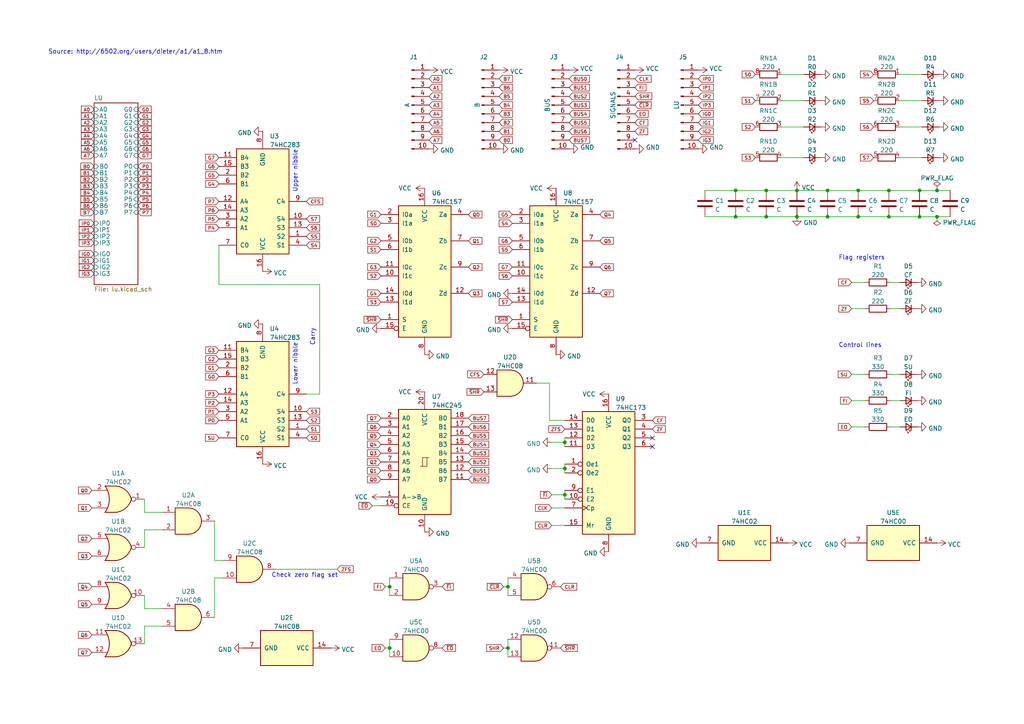
<source format=kicad_sch>
(kicad_sch (version 20231120) (generator "eeschema") (generator_version "8.0")
  (paper "A4")
  (lib_symbols
    (symbol "74xx:74HC00" (pin_names (offset 1.016))
      (property "Reference" "U" (at 0 1.27 0))
      (property "Value" "74HC00" (at 0 -1.27 0))
      (symbol "74HC00_1_1"
        (pin input line (at -7.62 2.54 0) (length 3.81) (name "~") (number "1"))
        (pin input line (at -7.62 -2.54 0) (length 3.81) (name "~") (number "2"))
        (pin output inverted (at 7.62 0 180) (length 3.81) (name "~") (number "3"))
      )
      (symbol "74HC00_1_2"
        (pin input inverted (at -7.62 2.54 0) (length 4.318) (name "~") (number "1"))
        (pin input inverted (at -7.62 -2.54 0) (length 4.318) (name "~") (number "2"))
        (pin output line (at 7.62 0 180) (length 3.81) (name "~") (number "3"))
      )
      (symbol "74HC00_2_1"
        (pin input line (at -7.62 2.54 0) (length 3.81) (name "~") (number "4"))
        (pin input line (at -7.62 -2.54 0) (length 3.81) (name "~") (number "5"))
        (pin output inverted (at 7.62 0 180) (length 3.81) (name "~") (number "6"))
      )
      (symbol "74HC00_2_2"
        (pin input inverted (at -7.62 2.54 0) (length 4.318) (name "~") (number "4"))
        (pin input inverted (at -7.62 -2.54 0) (length 4.318) (name "~") (number "5"))
        (pin output line (at 7.62 0 180) (length 3.81) (name "~") (number "6"))
      )
      (symbol "74HC00_3_1"
        (pin input line (at -7.62 -2.54 0) (length 3.81) (name "~") (number "10"))
        (pin output inverted (at 7.62 0 180) (length 3.81) (name "~") (number "8"))
        (pin input line (at -7.62 2.54 0) (length 3.81) (name "~") (number "9"))
      )
      (symbol "74HC00_3_2"
        (pin input inverted (at -7.62 -2.54 0) (length 4.318) (name "~") (number "10"))
        (pin output line (at 7.62 0 180) (length 3.81) (name "~") (number "8"))
        (pin input inverted (at -7.62 2.54 0) (length 4.318) (name "~") (number "9"))
      )
      (symbol "74HC00_4_1"
        (pin output inverted (at 7.62 0 180) (length 3.81) (name "~") (number "11"))
        (pin input line (at -7.62 2.54 0) (length 3.81) (name "~") (number "12"))
        (pin input line (at -7.62 -2.54 0) (length 3.81) (name "~") (number "13"))
      )
      (symbol "74HC00_4_2"
        (pin output line (at 7.62 0 180) (length 3.81) (name "~") (number "11"))
        (pin input inverted (at -7.62 2.54 0) (length 4.318) (name "~") (number "12"))
        (pin input inverted (at -7.62 -2.54 0) (length 4.318) (name "~") (number "13"))
      )
      (symbol "74HC00_5_0"
        (pin power_in line (at 0 12.7 270) (length 5.08) (name "VCC") (number "14"))
        (pin power_in line (at 0 -12.7 90) (length 5.08) (name "GND") (number "7"))
      )
    )
    (symbol "74xx:74HC245" (pin_names (offset 1.016))
      (property "Reference" "U" (at -7.62 16.51 0))
      (property "Value" "74HC245" (at -7.62 -16.51 0))
      (symbol "74HC245_1_0"
        (pin input line (at -12.7 -10.16 0) (length 5.08) (name "A->B") (number "1"))
        (pin power_in line (at 0 -20.32 90) (length 5.08) (name "GND") (number "10"))
        (pin tri_state line (at 12.7 -5.08 180) (length 5.08) (name "B7") (number "11"))
        (pin tri_state line (at 12.7 -2.54 180) (length 5.08) (name "B6") (number "12"))
        (pin tri_state line (at 12.7 0 180) (length 5.08) (name "B5") (number "13"))
        (pin tri_state line (at 12.7 2.54 180) (length 5.08) (name "B4") (number "14"))
        (pin tri_state line (at 12.7 5.08 180) (length 5.08) (name "B3") (number "15"))
        (pin tri_state line (at 12.7 7.62 180) (length 5.08) (name "B2") (number "16"))
        (pin tri_state line (at 12.7 10.16 180) (length 5.08) (name "B1") (number "17"))
        (pin tri_state line (at 12.7 12.7 180) (length 5.08) (name "B0") (number "18"))
        (pin input inverted (at -12.7 -12.7 0) (length 5.08) (name "CE") (number "19"))
        (pin tri_state line (at -12.7 12.7 0) (length 5.08) (name "A0") (number "2"))
        (pin power_in line (at 0 20.32 270) (length 5.08) (name "VCC") (number "20"))
        (pin tri_state line (at -12.7 10.16 0) (length 5.08) (name "A1") (number "3"))
        (pin tri_state line (at -12.7 7.62 0) (length 5.08) (name "A2") (number "4"))
        (pin tri_state line (at -12.7 5.08 0) (length 5.08) (name "A3") (number "5"))
        (pin tri_state line (at -12.7 2.54 0) (length 5.08) (name "A4") (number "6"))
        (pin tri_state line (at -12.7 0 0) (length 5.08) (name "A5") (number "7"))
        (pin tri_state line (at -12.7 -2.54 0) (length 5.08) (name "A6") (number "8"))
        (pin tri_state line (at -12.7 -5.08 0) (length 5.08) (name "A7") (number "9"))
      )
    )
    (symbol "74xx:74LS02" (pin_names (offset 1.016))
      (property "Reference" "U" (at 0 1.27 0))
      (property "Value" "74LS02" (at 0 -1.27 0))
      (symbol "74LS02_1_1"
        (pin output inverted (at 7.62 0 180) (length 3.81) (name "~") (number "1"))
        (pin input line (at -7.62 2.54 0) (length 4.318) (name "~") (number "2"))
        (pin input line (at -7.62 -2.54 0) (length 4.318) (name "~") (number "3"))
      )
      (symbol "74LS02_1_2"
        (pin output line (at 7.62 0 180) (length 3.81) (name "~") (number "1"))
        (pin input inverted (at -7.62 2.54 0) (length 3.81) (name "~") (number "2"))
        (pin input inverted (at -7.62 -2.54 0) (length 3.81) (name "~") (number "3"))
      )
      (symbol "74LS02_2_1"
        (pin output inverted (at 7.62 0 180) (length 3.81) (name "~") (number "4"))
        (pin input line (at -7.62 2.54 0) (length 4.318) (name "~") (number "5"))
        (pin input line (at -7.62 -2.54 0) (length 4.318) (name "~") (number "6"))
      )
      (symbol "74LS02_2_2"
        (pin output line (at 7.62 0 180) (length 3.81) (name "~") (number "4"))
        (pin input inverted (at -7.62 2.54 0) (length 3.81) (name "~") (number "5"))
        (pin input inverted (at -7.62 -2.54 0) (length 3.81) (name "~") (number "6"))
      )
      (symbol "74LS02_3_1"
        (pin output inverted (at 7.62 0 180) (length 3.81) (name "~") (number "10"))
        (pin input line (at -7.62 2.54 0) (length 4.318) (name "~") (number "8"))
        (pin input line (at -7.62 -2.54 0) (length 4.318) (name "~") (number "9"))
      )
      (symbol "74LS02_3_2"
        (pin output line (at 7.62 0 180) (length 3.81) (name "~") (number "10"))
        (pin input inverted (at -7.62 2.54 0) (length 3.81) (name "~") (number "8"))
        (pin input inverted (at -7.62 -2.54 0) (length 3.81) (name "~") (number "9"))
      )
      (symbol "74LS02_4_1"
        (pin input line (at -7.62 2.54 0) (length 4.318) (name "~") (number "11"))
        (pin input line (at -7.62 -2.54 0) (length 4.318) (name "~") (number "12"))
        (pin output inverted (at 7.62 0 180) (length 3.81) (name "~") (number "13"))
      )
      (symbol "74LS02_4_2"
        (pin input inverted (at -7.62 2.54 0) (length 3.81) (name "~") (number "11"))
        (pin input inverted (at -7.62 -2.54 0) (length 3.81) (name "~") (number "12"))
        (pin output line (at 7.62 0 180) (length 3.81) (name "~") (number "13"))
      )
      (symbol "74LS02_5_0"
        (pin power_in line (at 0 12.7 270) (length 5.08) (name "VCC") (number "14"))
        (pin power_in line (at 0 -12.7 90) (length 5.08) (name "GND") (number "7"))
      )
    )
    (symbol "74xx:74LS08" (pin_names (offset 1.016))
      (property "Reference" "U" (at 0 1.27 0))
      (property "Value" "74LS08" (at 0 -1.27 0))
      (symbol "74LS08_1_1"
        (pin input line (at -7.62 2.54 0) (length 3.81) (name "~") (number "1"))
        (pin input line (at -7.62 -2.54 0) (length 3.81) (name "~") (number "2"))
        (pin output line (at 7.62 0 180) (length 3.81) (name "~") (number "3"))
      )
      (symbol "74LS08_1_2"
        (pin input inverted (at -7.62 2.54 0) (length 4.318) (name "~") (number "1"))
        (pin input inverted (at -7.62 -2.54 0) (length 4.318) (name "~") (number "2"))
        (pin output inverted (at 7.62 0 180) (length 3.81) (name "~") (number "3"))
      )
      (symbol "74LS08_2_1"
        (pin input line (at -7.62 2.54 0) (length 3.81) (name "~") (number "4"))
        (pin input line (at -7.62 -2.54 0) (length 3.81) (name "~") (number "5"))
        (pin output line (at 7.62 0 180) (length 3.81) (name "~") (number "6"))
      )
      (symbol "74LS08_2_2"
        (pin input inverted (at -7.62 2.54 0) (length 4.318) (name "~") (number "4"))
        (pin input inverted (at -7.62 -2.54 0) (length 4.318) (name "~") (number "5"))
        (pin output inverted (at 7.62 0 180) (length 3.81) (name "~") (number "6"))
      )
      (symbol "74LS08_3_1"
        (pin input line (at -7.62 -2.54 0) (length 3.81) (name "~") (number "10"))
        (pin output line (at 7.62 0 180) (length 3.81) (name "~") (number "8"))
        (pin input line (at -7.62 2.54 0) (length 3.81) (name "~") (number "9"))
      )
      (symbol "74LS08_3_2"
        (pin input inverted (at -7.62 -2.54 0) (length 4.318) (name "~") (number "10"))
        (pin output inverted (at 7.62 0 180) (length 3.81) (name "~") (number "8"))
        (pin input inverted (at -7.62 2.54 0) (length 4.318) (name "~") (number "9"))
      )
      (symbol "74LS08_4_1"
        (pin output line (at 7.62 0 180) (length 3.81) (name "~") (number "11"))
        (pin input line (at -7.62 2.54 0) (length 3.81) (name "~") (number "12"))
        (pin input line (at -7.62 -2.54 0) (length 3.81) (name "~") (number "13"))
      )
      (symbol "74LS08_4_2"
        (pin output inverted (at 7.62 0 180) (length 3.81) (name "~") (number "11"))
        (pin input inverted (at -7.62 2.54 0) (length 4.318) (name "~") (number "12"))
        (pin input inverted (at -7.62 -2.54 0) (length 4.318) (name "~") (number "13"))
      )
      (symbol "74LS08_5_0"
        (pin power_in line (at 0 12.7 270) (length 5.08) (name "VCC") (number "14"))
        (pin power_in line (at 0 -12.7 90) (length 5.08) (name "GND") (number "7"))
      )
    )
    (symbol "74xx:74LS157" (pin_names (offset 1.016))
      (property "Reference" "U" (at -7.62 19.05 0))
      (property "Value" "74LS157" (at -7.62 -21.59 0))
      (symbol "74LS157_1_0"
        (pin input line (at -12.7 -15.24 0) (length 5.08) (name "S") (number "1"))
        (pin input line (at -12.7 -2.54 0) (length 5.08) (name "I1c") (number "10"))
        (pin input line (at -12.7 0 0) (length 5.08) (name "I0c") (number "11"))
        (pin output line (at 12.7 -7.62 180) (length 5.08) (name "Zd") (number "12"))
        (pin input line (at -12.7 -10.16 0) (length 5.08) (name "I1d") (number "13"))
        (pin input line (at -12.7 -7.62 0) (length 5.08) (name "I0d") (number "14"))
        (pin input inverted (at -12.7 -17.78 0) (length 5.08) (name "E") (number "15"))
        (pin power_in line (at 0 22.86 270) (length 5.08) (name "VCC") (number "16"))
        (pin input line (at -12.7 15.24 0) (length 5.08) (name "I0a") (number "2"))
        (pin input line (at -12.7 12.7 0) (length 5.08) (name "I1a") (number "3"))
        (pin output line (at 12.7 15.24 180) (length 5.08) (name "Za") (number "4"))
        (pin input line (at -12.7 7.62 0) (length 5.08) (name "I0b") (number "5"))
        (pin input line (at -12.7 5.08 0) (length 5.08) (name "I1b") (number "6"))
        (pin output line (at 12.7 7.62 180) (length 5.08) (name "Zb") (number "7"))
        (pin power_in line (at 0 -25.4 90) (length 5.08) (name "GND") (number "8"))
        (pin output line (at 12.7 0 180) (length 5.08) (name "Zc") (number "9"))
      )
    )
    (symbol "74xx:74LS173" (pin_names (offset 1.016))
      (property "Reference" "U" (at -7.62 19.05 0))
      (property "Value" "74LS173" (at -7.62 -19.05 0))
      (symbol "74LS173_1_0"
        (pin input inverted (at -12.7 2.54 0) (length 5.08) (name "Oe1") (number "1"))
        (pin input inverted (at -12.7 -7.62 0) (length 5.08) (name "E2") (number "10"))
        (pin input line (at -12.7 7.62 0) (length 5.08) (name "D3") (number "11"))
        (pin input line (at -12.7 10.16 0) (length 5.08) (name "D2") (number "12"))
        (pin input line (at -12.7 12.7 0) (length 5.08) (name "D1") (number "13"))
        (pin input line (at -12.7 15.24 0) (length 5.08) (name "D0") (number "14"))
        (pin input line (at -12.7 -15.24 0) (length 5.08) (name "Mr") (number "15"))
        (pin power_in line (at 0 22.86 270) (length 5.08) (name "VCC") (number "16"))
        (pin input inverted (at -12.7 0 0) (length 5.08) (name "Oe2") (number "2"))
        (pin tri_state line (at 12.7 15.24 180) (length 5.08) (name "Q0") (number "3"))
        (pin tri_state line (at 12.7 12.7 180) (length 5.08) (name "Q1") (number "4"))
        (pin tri_state line (at 12.7 10.16 180) (length 5.08) (name "Q2") (number "5"))
        (pin tri_state line (at 12.7 7.62 180) (length 5.08) (name "Q3") (number "6"))
        (pin input clock (at -12.7 -10.16 0) (length 5.08) (name "Cp") (number "7"))
        (pin power_in line (at 0 -22.86 90) (length 5.08) (name "GND") (number "8"))
        (pin input inverted (at -12.7 -5.08 0) (length 5.08) (name "E1") (number "9"))
      )
    )
    (symbol "74xx:74LS283" (pin_names (offset 1.016))
      (property "Reference" "U" (at -7.62 16.51 0))
      (property "Value" "74LS283" (at -7.62 -16.51 0))
      (symbol "74LS283_1_0"
        (pin output line (at 12.7 10.16 180) (length 5.08) (name "S2") (number "1"))
        (pin output line (at 12.7 5.08 180) (length 5.08) (name "S4") (number "10"))
        (pin input line (at -12.7 -12.7 0) (length 5.08) (name "B4") (number "11"))
        (pin input line (at -12.7 0 0) (length 5.08) (name "A4") (number "12"))
        (pin output line (at 12.7 7.62 180) (length 5.08) (name "S3") (number "13"))
        (pin input line (at -12.7 2.54 0) (length 5.08) (name "A3") (number "14"))
        (pin input line (at -12.7 -10.16 0) (length 5.08) (name "B3") (number "15"))
        (pin power_in line (at 0 20.32 270) (length 5.08) (name "VCC") (number "16"))
        (pin input line (at -12.7 -7.62 0) (length 5.08) (name "B2") (number "2"))
        (pin input line (at -12.7 5.08 0) (length 5.08) (name "A2") (number "3"))
        (pin output line (at 12.7 12.7 180) (length 5.08) (name "S1") (number "4"))
        (pin input line (at -12.7 7.62 0) (length 5.08) (name "A1") (number "5"))
        (pin input line (at -12.7 -5.08 0) (length 5.08) (name "B1") (number "6"))
        (pin input line (at -12.7 12.7 0) (length 5.08) (name "C0") (number "7"))
        (pin power_in line (at 0 -20.32 90) (length 5.08) (name "GND") (number "8"))
        (pin output line (at 12.7 0 180) (length 5.08) (name "C4") (number "9"))
      )
    )
    (symbol "Connector:Conn_01x10_Male" (pin_names (offset 1.016) hide)
      (property "Reference" "J" (at 0 12.7 0))
      (property "Value" "Conn_01x10_Male" (at 0 -15.24 0))
      (symbol "Conn_01x10_Male_1_1"
        (pin passive line (at 5.08 10.16 180) (length 3.81) (name "Pin_1") (number "1"))
        (pin passive line (at 5.08 -12.7 180) (length 3.81) (name "Pin_10") (number "10"))
        (pin passive line (at 5.08 7.62 180) (length 3.81) (name "Pin_2") (number "2"))
        (pin passive line (at 5.08 5.08 180) (length 3.81) (name "Pin_3") (number "3"))
        (pin passive line (at 5.08 2.54 180) (length 3.81) (name "Pin_4") (number "4"))
        (pin passive line (at 5.08 0 180) (length 3.81) (name "Pin_5") (number "5"))
        (pin passive line (at 5.08 -2.54 180) (length 3.81) (name "Pin_6") (number "6"))
        (pin passive line (at 5.08 -5.08 180) (length 3.81) (name "Pin_7") (number "7"))
        (pin passive line (at 5.08 -7.62 180) (length 3.81) (name "Pin_8") (number "8"))
        (pin passive line (at 5.08 -10.16 180) (length 3.81) (name "Pin_9") (number "9"))
      )
    )
    (symbol "Device:C" (pin_numbers hide) (pin_names (offset 0.254))
      (property "Reference" "C" (at 0.635 2.54 0))
      (property "Value" "C" (at 0.635 -2.54 0))
      (symbol "C_1_1"
        (pin passive line (at 0 3.81 270) (length 2.794) (name "~") (number "1"))
        (pin passive line (at 0 -3.81 90) (length 2.794) (name "~") (number "2"))
      )
    )
    (symbol "Device:LED_Small" (pin_numbers hide) (pin_names (offset 0.254) hide)
      (property "Reference" "D" (at -1.27 3.175 0))
      (property "Value" "LED_Small" (at -4.445 -2.54 0))
      (symbol "LED_Small_1_1"
        (pin passive line (at -2.54 0 0) (length 1.778) (name "K") (number "1"))
        (pin passive line (at 2.54 0 180) (length 1.778) (name "A") (number "2"))
      )
    )
    (symbol "Device:R" (pin_numbers hide) (pin_names (offset 0))
      (property "Reference" "R" (at 2.032 0 90))
      (property "Value" "R" (at 0 0 90))
      (symbol "R_1_1"
        (pin passive line (at 0 3.81 270) (length 1.27) (name "~") (number "1"))
        (pin passive line (at 0 -3.81 90) (length 1.27) (name "~") (number "2"))
      )
    )
    (symbol "Device:R_Pack04_Split" (pin_names (offset 0) hide)
      (property "Reference" "RN" (at 2.032 0 90))
      (property "Value" "R_Pack04_Split" (at 0 0 90))
      (symbol "R_Pack04_Split_1_1"
        (pin passive line (at 0 -3.81 90) (length 1.27) (name "R1.1") (number "1"))
        (pin passive line (at 0 3.81 270) (length 1.27) (name "R1.2") (number "8"))
      )
      (symbol "R_Pack04_Split_2_1"
        (pin passive line (at 0 -3.81 90) (length 1.27) (name "R2.1") (number "2"))
        (pin passive line (at 0 3.81 270) (length 1.27) (name "R2.2") (number "7"))
      )
      (symbol "R_Pack04_Split_3_1"
        (pin passive line (at 0 -3.81 90) (length 1.27) (name "R3.1") (number "3"))
        (pin passive line (at 0 3.81 270) (length 1.27) (name "R3.2") (number "6"))
      )
      (symbol "R_Pack04_Split_4_1"
        (pin passive line (at 0 -3.81 90) (length 1.27) (name "R4.1") (number "4"))
        (pin passive line (at 0 3.81 270) (length 1.27) (name "R4.2") (number "5"))
      )
    )
    (symbol "power:GND" (power) (pin_names (offset 0))
      (property "Value" "GND" (at 0 -3.81 0))
      (symbol "GND_1_1"
        (pin power_in line (at 0 0 270) (length 0) hide (name "GND") (number "1"))
      )
    )
    (symbol "power:PWR_FLAG" (power) (pin_numbers hide) (pin_names (offset 0) hide)
      (property "Value" "PWR_FLAG" (at 0 3.81 0))
      (symbol "PWR_FLAG_0_0"
        (pin power_out line (at 0 0 90) (length 0) (name "pwr") (number "1"))
      )
    )
    (symbol "power:VCC" (power) (pin_names (offset 0))
      (property "Value" "VCC" (at 0 3.81 0))
      (symbol "VCC_1_1"
        (pin power_in line (at 0 0 90) (length 0) hide (name "VCC") (number "1"))
      )
    )
  )
  (junction (at 231.14 55.245))
  (junction (at 266.7 55.245))
  (junction (at 163.83 128.27))
  (junction (at 266.7 62.865))
  (junction (at 240.03 62.865))
  (junction (at 257.81 62.865))
  (junction (at 240.03 55.245))
  (junction (at 213.36 55.245))
  (junction (at 213.36 62.865))
  (junction (at 113.03 187.96))
  (junction (at 163.83 143.51))
  (junction (at 147.32 170.18))
  (junction (at 248.92 55.245))
  (junction (at 163.83 135.89))
  (junction (at 248.92 62.865))
  (junction (at 222.25 55.245))
  (junction (at 147.32 187.96))
  (junction (at 222.25 62.865))
  (junction (at 113.03 170.18))
  (junction (at 257.81 55.245))
  (junction (at 271.78 55.245))
  (junction (at 271.78 62.865))
  (junction (at 231.14 62.865))
  (no_connect (at 189.23 129.54))
  (no_connect (at 189.23 127))
  (no_connect (at 184.15 40.64))
  (wire (pts (xy 260.985 21.59) (xy 267.335 21.59)))
  (wire (pts (xy 222.25 55.245) (xy 231.14 55.245)))
  (wire (pts (xy 155.575 111.125) (xy 159.385 111.125)))
  (wire (pts (xy 247.015 123.825) (xy 250.825 123.825)))
  (wire (pts (xy 147.32 170.18) (xy 147.32 172.72)))
  (wire (pts (xy 247.015 108.585) (xy 250.825 108.585)))
  (wire (pts (xy 41.91 186.69) (xy 41.91 181.61)))
  (wire (pts (xy 159.385 121.92) (xy 159.385 111.125)))
  (wire (pts (xy 248.92 62.865) (xy 257.81 62.865)))
  (wire (pts (xy 160.02 143.51) (xy 163.83 143.51)))
  (wire (pts (xy 62.23 151.13) (xy 62.23 162.56)))
  (wire (pts (xy 113.03 167.64) (xy 113.03 170.18)))
  (wire (pts (xy 63.5 71.12) (xy 63.5 82.55)))
  (wire (pts (xy 226.695 45.72) (xy 233.045 45.72)))
  (wire (pts (xy 247.015 81.915) (xy 250.825 81.915)))
  (wire (pts (xy 260.985 45.72) (xy 267.335 45.72)))
  (wire (pts (xy 247.015 116.205) (xy 250.825 116.205)))
  (wire (pts (xy 271.78 62.865) (xy 275.59 62.865)))
  (wire (pts (xy 231.14 55.245) (xy 240.03 55.245)))
  (wire (pts (xy 92.71 82.55) (xy 92.71 114.3)))
  (wire (pts (xy 113.03 170.18) (xy 113.03 172.72)))
  (wire (pts (xy 204.47 55.245) (xy 213.36 55.245)))
  (wire (pts (xy 146.05 170.18) (xy 147.32 170.18)))
  (wire (pts (xy 257.81 62.865) (xy 266.7 62.865)))
  (wire (pts (xy 80.01 165.1) (xy 97.79 165.1)))
  (wire (pts (xy 111.76 170.18) (xy 113.03 170.18)))
  (wire (pts (xy 62.23 167.64) (xy 64.77 167.64)))
  (wire (pts (xy 41.91 153.67) (xy 46.99 153.67)))
  (wire (pts (xy 258.445 123.825) (xy 260.985 123.825)))
  (wire (pts (xy 204.47 62.865) (xy 213.36 62.865)))
  (wire (pts (xy 257.81 55.245) (xy 266.7 55.245)))
  (wire (pts (xy 62.23 162.56) (xy 64.77 162.56)))
  (wire (pts (xy 160.02 135.89) (xy 163.83 135.89)))
  (wire (pts (xy 63.5 82.55) (xy 92.71 82.55)))
  (wire (pts (xy 258.445 81.915) (xy 260.985 81.915)))
  (wire (pts (xy 113.03 187.96) (xy 113.03 190.5)))
  (wire (pts (xy 266.7 62.865) (xy 271.78 62.865)))
  (wire (pts (xy 258.445 116.205) (xy 260.985 116.205)))
  (wire (pts (xy 62.23 179.07) (xy 62.23 167.64)))
  (wire (pts (xy 107.95 146.685) (xy 110.49 146.685)))
  (wire (pts (xy 163.83 143.51) (xy 163.83 142.24)))
  (wire (pts (xy 163.83 135.89) (xy 163.83 134.62)))
  (wire (pts (xy 213.36 55.245) (xy 222.25 55.245)))
  (wire (pts (xy 41.91 148.59) (xy 46.99 148.59)))
  (wire (pts (xy 240.03 62.865) (xy 248.92 62.865)))
  (wire (pts (xy 240.03 55.245) (xy 248.92 55.245)))
  (wire (pts (xy 213.36 62.865) (xy 222.25 62.865)))
  (wire (pts (xy 41.91 172.72) (xy 41.91 176.53)))
  (wire (pts (xy 163.83 135.89) (xy 163.83 137.16)))
  (wire (pts (xy 163.83 143.51) (xy 163.83 144.78)))
  (wire (pts (xy 147.32 185.42) (xy 147.32 187.96)))
  (wire (pts (xy 266.7 55.245) (xy 271.78 55.245)))
  (wire (pts (xy 41.91 181.61) (xy 46.99 181.61)))
  (wire (pts (xy 160.02 147.32) (xy 163.83 147.32)))
  (wire (pts (xy 163.83 127) (xy 163.83 128.27)))
  (wire (pts (xy 147.32 167.64) (xy 147.32 170.18)))
  (wire (pts (xy 260.985 29.21) (xy 267.335 29.21)))
  (wire (pts (xy 41.91 158.75) (xy 41.91 153.67)))
  (wire (pts (xy 146.05 187.96) (xy 147.32 187.96)))
  (wire (pts (xy 226.695 21.59) (xy 233.045 21.59)))
  (wire (pts (xy 226.695 36.83) (xy 233.045 36.83)))
  (wire (pts (xy 248.92 55.245) (xy 257.81 55.245)))
  (wire (pts (xy 226.695 29.21) (xy 233.045 29.21)))
  (wire (pts (xy 258.445 89.535) (xy 260.985 89.535)))
  (wire (pts (xy 222.25 62.865) (xy 231.14 62.865)))
  (wire (pts (xy 163.83 128.27) (xy 163.83 129.54)))
  (wire (pts (xy 271.78 55.245) (xy 275.59 55.245)))
  (wire (pts (xy 231.14 62.865) (xy 240.03 62.865)))
  (wire (pts (xy 160.02 128.27) (xy 163.83 128.27)))
  (wire (pts (xy 258.445 108.585) (xy 260.985 108.585)))
  (wire (pts (xy 41.91 144.78) (xy 41.91 148.59)))
  (wire (pts (xy 260.985 36.83) (xy 267.335 36.83)))
  (wire (pts (xy 160.02 152.4) (xy 163.83 152.4)))
  (wire (pts (xy 113.03 185.42) (xy 113.03 187.96)))
  (wire (pts (xy 41.91 176.53) (xy 46.99 176.53)))
  (wire (pts (xy 111.76 187.96) (xy 113.03 187.96)))
  (wire (pts (xy 147.32 187.96) (xy 147.32 190.5)))
  (wire (pts (xy 92.71 114.3) (xy 88.9 114.3)))
  (wire (pts (xy 247.015 89.535) (xy 250.825 89.535)))
  (wire (pts (xy 163.83 121.92) (xy 159.385 121.92)))
  (text "Control lines" (at 243.205 100.965 0) (effects (font (size 1.27 1.27)) (justify left bottom)))
  (text "Flag registers" (at 243.205 75.565 0) (effects (font (size 1.27 1.27)) (justify left bottom)))
  (text "Upper nibble" (at 86.36 55.88 90) (effects (font (size 1.27 1.27)) (justify left bottom)))
  (text "Check zero flag set" (at 78.74 167.64 0) (effects (font (size 1.27 1.27)) (justify left bottom)))
  (text "Source: http://6502.org/users/dieter/a1/a1_8.htm" (at 13.97 15.875 0) (effects (font (size 1.27 1.27)) (justify left bottom)))
  (text "Carry" (at 91.44 100.33 90) (effects (font (size 1.27 1.27)) (justify left bottom)))
  (text "Lower nibble" (at 86.36 111.76 90) (effects (font (size 1.27 1.27)) (justify left bottom)))
  (global_label "BUS0" (shape input) (at 135.89 139.065 0) (effects (font (size 1 1))) (property "Intersheetrefs" "${INTERSHEET_REFS}" (effects (hide yes))))
  (global_label "EO" (shape input) (at 111.76 187.96 180) (effects (font (size 1 1))) (property "Intersheetrefs" "${INTERSHEET_REFS}" (effects (hide yes))))
  (global_label "IP2" (shape input) (at 202.565 27.94 0) (effects (font (size 1 1))) (property "Intersheetrefs" "${INTERSHEET_REFS}" (effects (hide yes))))
  (global_label "G7" (shape input) (at 40.005 45.085 0) (effects (font (size 1 1))) (property "Intersheetrefs" "${INTERSHEET_REFS}" (effects (hide yes))))
  (global_label "G7" (shape input) (at 148.59 77.47 180) (effects (font (size 1 1))) (property "Intersheetrefs" "${INTERSHEET_REFS}" (effects (hide yes))))
  (global_label "IG1" (shape input) (at 27.305 75.565 180) (effects (font (size 1 1))) (property "Intersheetrefs" "${INTERSHEET_REFS}" (effects (hide yes))))
  (global_label "G3" (shape input) (at 110.49 77.47 180) (effects (font (size 1 1))) (property "Intersheetrefs" "${INTERSHEET_REFS}" (effects (hide yes))))
  (global_label "IG0" (shape input) (at 202.565 33.02 0) (effects (font (size 1 1))) (property "Intersheetrefs" "${INTERSHEET_REFS}" (effects (hide yes))))
  (global_label "P0" (shape input) (at 63.5 121.92 180) (effects (font (size 1 1))) (property "Intersheetrefs" "${INTERSHEET_REFS}" (effects (hide yes))))
  (global_label "ZFS" (shape input) (at 97.79 165.1 0) (effects (font (size 1 1))) (property "Intersheetrefs" "${INTERSHEET_REFS}" (effects (hide yes))))
  (global_label "B6" (shape input) (at 144.78 25.4 0) (effects (font (size 1 1))) (property "Intersheetrefs" "${INTERSHEET_REFS}" (effects (hide yes))))
  (global_label "A1" (shape input) (at 27.305 33.655 180) (effects (font (size 1 1))) (property "Intersheetrefs" "${INTERSHEET_REFS}" (effects (hide yes))))
  (global_label "P6" (shape input) (at 40.005 59.69 0) (effects (font (size 1 1))) (property "Intersheetrefs" "${INTERSHEET_REFS}" (effects (hide yes))))
  (global_label "IP3" (shape input) (at 27.305 70.485 180) (effects (font (size 1 1))) (property "Intersheetrefs" "${INTERSHEET_REFS}" (effects (hide yes))))
  (global_label "B5" (shape input) (at 144.78 27.94 0) (effects (font (size 1 1))) (property "Intersheetrefs" "${INTERSHEET_REFS}" (effects (hide yes))))
  (global_label "IP2" (shape input) (at 27.305 68.58 180) (effects (font (size 1 1))) (property "Intersheetrefs" "${INTERSHEET_REFS}" (effects (hide yes))))
  (global_label "P5" (shape input) (at 40.005 57.785 0) (effects (font (size 1 1))) (property "Intersheetrefs" "${INTERSHEET_REFS}" (effects (hide yes))))
  (global_label "G0" (shape input) (at 40.005 31.75 0) (effects (font (size 1 1))) (property "Intersheetrefs" "${INTERSHEET_REFS}" (effects (hide yes))))
  (global_label "BUS7" (shape input) (at 165.1 40.64 0) (effects (font (size 1 1))) (property "Intersheetrefs" "${INTERSHEET_REFS}" (effects (hide yes))))
  (global_label "S6" (shape input) (at 88.9 66.04 0) (effects (font (size 1 1))) (property "Intersheetrefs" "${INTERSHEET_REFS}" (effects (hide yes))))
  (global_label "CF" (shape input) (at 247.015 81.915 180) (effects (font (size 1 1))) (property "Intersheetrefs" "${INTERSHEET_REFS}" (effects (hide yes))))
  (global_label "G6" (shape input) (at 63.5 48.26 180) (effects (font (size 1 1))) (property "Intersheetrefs" "${INTERSHEET_REFS}" (effects (hide yes))))
  (global_label "B1" (shape input) (at 27.305 50.165 180) (effects (font (size 1 1))) (property "Intersheetrefs" "${INTERSHEET_REFS}" (effects (hide yes))))
  (global_label "B3" (shape input) (at 27.305 53.975 180) (effects (font (size 1 1))) (property "Intersheetrefs" "${INTERSHEET_REFS}" (effects (hide yes))))
  (global_label "IP3" (shape input) (at 202.565 30.48 0) (effects (font (size 1 1))) (property "Intersheetrefs" "${INTERSHEET_REFS}" (effects (hide yes))))
  (global_label "B7" (shape input) (at 144.78 22.86 0) (effects (font (size 1 1))) (property "Intersheetrefs" "${INTERSHEET_REFS}" (effects (hide yes))))
  (global_label "Q7" (shape input) (at 26.67 189.23 180) (effects (font (size 1 1))) (property "Intersheetrefs" "${INTERSHEET_REFS}" (effects (hide yes))))
  (global_label "SU" (shape input) (at 63.5 127 180) (effects (font (size 1 1))) (property "Intersheetrefs" "${INTERSHEET_REFS}" (effects (hide yes))))
  (global_label "BUS1" (shape input) (at 135.89 136.525 0) (effects (font (size 1 1))) (property "Intersheetrefs" "${INTERSHEET_REFS}" (effects (hide yes))))
  (global_label "S7" (shape input) (at 148.59 87.63 180) (effects (font (size 1 1))) (property "Intersheetrefs" "${INTERSHEET_REFS}" (effects (hide yes))))
  (global_label "Q3" (shape input) (at 135.89 85.09 0) (effects (font (size 1 1))) (property "Intersheetrefs" "${INTERSHEET_REFS}" (effects (hide yes))))
  (global_label "S0" (shape input) (at 88.9 127 0) (effects (font (size 1 1))) (property "Intersheetrefs" "${INTERSHEET_REFS}" (effects (hide yes))))
  (global_label "EO" (shape input) (at 247.015 123.825 180) (effects (font (size 1 1))) (property "Intersheetrefs" "${INTERSHEET_REFS}" (effects (hide yes))))
  (global_label "B4" (shape input) (at 144.78 30.48 0) (effects (font (size 1 1))) (property "Intersheetrefs" "${INTERSHEET_REFS}" (effects (hide yes))))
  (global_label "B0" (shape input) (at 144.78 40.64 0) (effects (font (size 1 1))) (property "Intersheetrefs" "${INTERSHEET_REFS}" (effects (hide yes))))
  (global_label "G5" (shape input) (at 63.5 50.8 180) (effects (font (size 1 1))) (property "Intersheetrefs" "${INTERSHEET_REFS}" (effects (hide yes))))
  (global_label "Q6" (shape input) (at 110.49 123.825 180) (effects (font (size 1 1))) (property "Intersheetrefs" "${INTERSHEET_REFS}" (effects (hide yes))))
  (global_label "BUS0" (shape input) (at 165.1 22.86 0) (effects (font (size 1 1))) (property "Intersheetrefs" "${INTERSHEET_REFS}" (effects (hide yes))))
  (global_label "G7" (shape input) (at 63.5 45.72 180) (effects (font (size 1 1))) (property "Intersheetrefs" "${INTERSHEET_REFS}" (effects (hide yes))))
  (global_label "IP0" (shape input) (at 202.565 22.86 0) (effects (font (size 1 1))) (property "Intersheetrefs" "${INTERSHEET_REFS}" (effects (hide yes))))
  (global_label "S5" (shape input) (at 253.365 29.21 180) (effects (font (size 1 1))) (property "Intersheetrefs" "${INTERSHEET_REFS}" (effects (hide yes))))
  (global_label "~{FI}" (shape input) (at 160.02 143.51 180) (effects (font (size 1 1))) (property "Intersheetrefs" "${INTERSHEET_REFS}" (effects (hide yes))))
  (global_label "P6" (shape input) (at 63.5 60.96 180) (effects (font (size 1 1))) (property "Intersheetrefs" "${INTERSHEET_REFS}" (effects (hide yes))))
  (global_label "G6" (shape input) (at 40.005 43.18 0) (effects (font (size 1 1))) (property "Intersheetrefs" "${INTERSHEET_REFS}" (effects (hide yes))))
  (global_label "IG2" (shape input) (at 27.305 77.47 180) (effects (font (size 1 1))) (property "Intersheetrefs" "${INTERSHEET_REFS}" (effects (hide yes))))
  (global_label "B2" (shape input) (at 27.305 52.07 180) (effects (font (size 1 1))) (property "Intersheetrefs" "${INTERSHEET_REFS}" (effects (hide yes))))
  (global_label "G1" (shape input) (at 40.005 33.655 0) (effects (font (size 1 1))) (property "Intersheetrefs" "${INTERSHEET_REFS}" (effects (hide yes))))
  (global_label "G4" (shape input) (at 40.005 39.37 0) (effects (font (size 1 1))) (property "Intersheetrefs" "${INTERSHEET_REFS}" (effects (hide yes))))
  (global_label "IG0" (shape input) (at 27.305 73.66 180) (effects (font (size 1 1))) (property "Intersheetrefs" "${INTERSHEET_REFS}" (effects (hide yes))))
  (global_label "G1" (shape input) (at 63.5 106.68 180) (effects (font (size 1 1))) (property "Intersheetrefs" "${INTERSHEET_REFS}" (effects (hide yes))))
  (global_label "CLR" (shape input) (at 160.02 152.4 180) (effects (font (size 1 1))) (property "Intersheetrefs" "${INTERSHEET_REFS}" (effects (hide yes))))
  (global_label "BUS5" (shape input) (at 135.89 126.365 0) (effects (font (size 1 1))) (property "Intersheetrefs" "${INTERSHEET_REFS}" (effects (hide yes))))
  (global_label "Q3" (shape input) (at 26.67 161.29 180) (effects (font (size 1 1))) (property "Intersheetrefs" "${INTERSHEET_REFS}" (effects (hide yes))))
  (global_label "ZFS" (shape input) (at 163.83 124.46 180) (effects (font (size 1 1))) (property "Intersheetrefs" "${INTERSHEET_REFS}" (effects (hide yes))))
  (global_label "S2" (shape input) (at 88.9 121.92 0) (effects (font (size 1 1))) (property "Intersheetrefs" "${INTERSHEET_REFS}" (effects (hide yes))))
  (global_label "SHR" (shape input) (at 146.05 187.96 180) (effects (font (size 1 1))) (property "Intersheetrefs" "${INTERSHEET_REFS}" (effects (hide yes))))
  (global_label "G4" (shape input) (at 63.5 53.34 180) (effects (font (size 1 1))) (property "Intersheetrefs" "${INTERSHEET_REFS}" (effects (hide yes))))
  (global_label "~{SHR}" (shape input) (at 140.335 113.665 180) (effects (font (size 1 1))) (property "Intersheetrefs" "${INTERSHEET_REFS}" (effects (hide yes))))
  (global_label "A5" (shape input) (at 27.305 41.275 180) (effects (font (size 1 1))) (property "Intersheetrefs" "${INTERSHEET_REFS}" (effects (hide yes))))
  (global_label "S3" (shape input) (at 88.9 119.38 0) (effects (font (size 1 1))) (property "Intersheetrefs" "${INTERSHEET_REFS}" (effects (hide yes))))
  (global_label "B0" (shape input) (at 27.305 48.26 180) (effects (font (size 1 1))) (property "Intersheetrefs" "${INTERSHEET_REFS}" (effects (hide yes))))
  (global_label "Q4" (shape input) (at 26.67 170.18 180) (effects (font (size 1 1))) (property "Intersheetrefs" "${INTERSHEET_REFS}" (effects (hide yes))))
  (global_label "FI" (shape input) (at 247.015 116.205 180) (effects (font (size 1 1))) (property "Intersheetrefs" "${INTERSHEET_REFS}" (effects (hide yes))))
  (global_label "G5" (shape input) (at 40.005 41.275 0) (effects (font (size 1 1))) (property "Intersheetrefs" "${INTERSHEET_REFS}" (effects (hide yes))))
  (global_label "BUS5" (shape input) (at 165.1 35.56 0) (effects (font (size 1 1))) (property "Intersheetrefs" "${INTERSHEET_REFS}" (effects (hide yes))))
  (global_label "S4" (shape input) (at 148.59 64.77 180) (effects (font (size 1 1))) (property "Intersheetrefs" "${INTERSHEET_REFS}" (effects (hide yes))))
  (global_label "S4" (shape input) (at 88.9 71.12 0) (effects (font (size 1 1))) (property "Intersheetrefs" "${INTERSHEET_REFS}" (effects (hide yes))))
  (global_label "A3" (shape input) (at 124.46 30.48 0) (effects (font (size 1 1))) (property "Intersheetrefs" "${INTERSHEET_REFS}" (effects (hide yes))))
  (global_label "EO" (shape input) (at 184.15 33.02 0) (effects (font (size 1 1))) (property "Intersheetrefs" "${INTERSHEET_REFS}" (effects (hide yes))))
  (global_label "B2" (shape input) (at 144.78 35.56 0) (effects (font (size 1 1))) (property "Intersheetrefs" "${INTERSHEET_REFS}" (effects (hide yes))))
  (global_label "S2" (shape input) (at 219.075 36.83 180) (effects (font (size 1 1))) (property "Intersheetrefs" "${INTERSHEET_REFS}" (effects (hide yes))))
  (global_label "~{SHR}" (shape input) (at 110.49 92.71 180) (effects (font (size 1 1))) (property "Intersheetrefs" "${INTERSHEET_REFS}" (effects (hide yes))))
  (global_label "G0" (shape input) (at 63.5 109.22 180) (effects (font (size 1 1))) (property "Intersheetrefs" "${INTERSHEET_REFS}" (effects (hide yes))))
  (global_label "ZF" (shape input) (at 247.015 89.535 180) (effects (font (size 1 1))) (property "Intersheetrefs" "${INTERSHEET_REFS}" (effects (hide yes))))
  (global_label "G2" (shape input) (at 63.5 104.14 180) (effects (font (size 1 1))) (property "Intersheetrefs" "${INTERSHEET_REFS}" (effects (hide yes))))
  (global_label "P4" (shape input) (at 63.5 66.04 180) (effects (font (size 1 1))) (property "Intersheetrefs" "${INTERSHEET_REFS}" (effects (hide yes))))
  (global_label "IG3" (shape input) (at 202.565 40.64 0) (effects (font (size 1 1))) (property "Intersheetrefs" "${INTERSHEET_REFS}" (effects (hide yes))))
  (global_label "A0" (shape input) (at 124.46 22.86 0) (effects (font (size 1 1))) (property "Intersheetrefs" "${INTERSHEET_REFS}" (effects (hide yes))))
  (global_label "BUS2" (shape input) (at 135.89 133.985 0) (effects (font (size 1 1))) (property "Intersheetrefs" "${INTERSHEET_REFS}" (effects (hide yes))))
  (global_label "Q1" (shape input) (at 110.49 136.525 180) (effects (font (size 1 1))) (property "Intersheetrefs" "${INTERSHEET_REFS}" (effects (hide yes))))
  (global_label "Q1" (shape input) (at 135.89 69.85 0) (effects (font (size 1 1))) (property "Intersheetrefs" "${INTERSHEET_REFS}" (effects (hide yes))))
  (global_label "CF" (shape input) (at 189.23 121.92 0) (effects (font (size 1 1))) (property "Intersheetrefs" "${INTERSHEET_REFS}" (effects (hide yes))))
  (global_label "S7" (shape input) (at 253.365 45.72 180) (effects (font (size 1 1))) (property "Intersheetrefs" "${INTERSHEET_REFS}" (effects (hide yes))))
  (global_label "S0" (shape input) (at 219.075 21.59 180) (effects (font (size 1 1))) (property "Intersheetrefs" "${INTERSHEET_REFS}" (effects (hide yes))))
  (global_label "ZF" (shape input) (at 184.15 38.1 0) (effects (font (size 1 1))) (property "Intersheetrefs" "${INTERSHEET_REFS}" (effects (hide yes))))
  (global_label "~{FI}" (shape input) (at 128.27 170.18 0) (effects (font (size 1 1))) (property "Intersheetrefs" "${INTERSHEET_REFS}" (effects (hide yes))))
  (global_label "BUS7" (shape input) (at 135.89 121.285 0) (effects (font (size 1 1))) (property "Intersheetrefs" "${INTERSHEET_REFS}" (effects (hide yes))))
  (global_label "B5" (shape input) (at 27.305 57.785 180) (effects (font (size 1 1))) (property "Intersheetrefs" "${INTERSHEET_REFS}" (effects (hide yes))))
  (global_label "~{EO}" (shape input) (at 128.27 187.96 0) (effects (font (size 1 1))) (property "Intersheetrefs" "${INTERSHEET_REFS}" (effects (hide yes))))
  (global_label "G1" (shape input) (at 110.49 62.23 180) (effects (font (size 1 1))) (property "Intersheetrefs" "${INTERSHEET_REFS}" (effects (hide yes))))
  (global_label "A6" (shape input) (at 124.46 38.1 0) (effects (font (size 1 1))) (property "Intersheetrefs" "${INTERSHEET_REFS}" (effects (hide yes))))
  (global_label "A6" (shape input) (at 27.305 43.18 180) (effects (font (size 1 1))) (property "Intersheetrefs" "${INTERSHEET_REFS}" (effects (hide yes))))
  (global_label "S0" (shape input) (at 110.49 64.77 180) (effects (font (size 1 1))) (property "Intersheetrefs" "${INTERSHEET_REFS}" (effects (hide yes))))
  (global_label "P4" (shape input) (at 40.005 55.88 0) (effects (font (size 1 1))) (property "Intersheetrefs" "${INTERSHEET_REFS}" (effects (hide yes))))
  (global_label "S2" (shape input) (at 110.49 80.01 180) (effects (font (size 1 1))) (property "Intersheetrefs" "${INTERSHEET_REFS}" (effects (hide yes))))
  (global_label "Q7" (shape input) (at 173.99 85.09 0) (effects (font (size 1 1))) (property "Intersheetrefs" "${INTERSHEET_REFS}" (effects (hide yes))))
  (global_label "G5" (shape input) (at 148.59 62.23 180) (effects (font (size 1 1))) (property "Intersheetrefs" "${INTERSHEET_REFS}" (effects (hide yes))))
  (global_label "A4" (shape input) (at 27.305 39.37 180) (effects (font (size 1 1))) (property "Intersheetrefs" "${INTERSHEET_REFS}" (effects (hide yes))))
  (global_label "SU" (shape input) (at 247.015 108.585 180) (effects (font (size 1 1))) (property "Intersheetrefs" "${INTERSHEET_REFS}" (effects (hide yes))))
  (global_label "Q3" (shape input) (at 110.49 131.445 180) (effects (font (size 1 1))) (property "Intersheetrefs" "${INTERSHEET_REFS}" (effects (hide yes))))
  (global_label "S1" (shape input) (at 219.075 29.21 180) (effects (font (size 1 1))) (property "Intersheetrefs" "${INTERSHEET_REFS}" (effects (hide yes))))
  (global_label "G4" (shape input) (at 110.49 85.09 180) (effects (font (size 1 1))) (property "Intersheetrefs" "${INTERSHEET_REFS}" (effects (hide yes))))
  (global_label "A2" (shape input) (at 124.46 27.94 0) (effects (font (size 1 1))) (property "Intersheetrefs" "${INTERSHEET_REFS}" (effects (hide yes))))
  (global_label "CLK" (shape input) (at 160.02 147.32 180) (effects (font (size 1 1))) (property "Intersheetrefs" "${INTERSHEET_REFS}" (effects (hide yes))))
  (global_label "P3" (shape input) (at 40.005 53.975 0) (effects (font (size 1 1))) (property "Intersheetrefs" "${INTERSHEET_REFS}" (effects (hide yes))))
  (global_label "Q6" (shape input) (at 26.67 184.15 180) (effects (font (size 1 1))) (property "Intersheetrefs" "${INTERSHEET_REFS}" (effects (hide yes))))
  (global_label "Q5" (shape input) (at 26.67 175.26 180) (effects (font (size 1 1))) (property "Intersheetrefs" "${INTERSHEET_REFS}" (effects (hide yes))))
  (global_label "IP1" (shape input) (at 27.305 66.675 180) (effects (font (size 1 1))) (property "Intersheetrefs" "${INTERSHEET_REFS}" (effects (hide yes))))
  (global_label "Q0" (shape input) (at 135.89 62.23 0) (effects (font (size 1 1))) (property "Intersheetrefs" "${INTERSHEET_REFS}" (effects (hide yes))))
  (global_label "B3" (shape input) (at 144.78 33.02 0) (effects (font (size 1 1))) (property "Intersheetrefs" "${INTERSHEET_REFS}" (effects (hide yes))))
  (global_label "Q5" (shape input) (at 110.49 126.365 180) (effects (font (size 1 1))) (property "Intersheetrefs" "${INTERSHEET_REFS}" (effects (hide yes))))
  (global_label "P2" (shape input) (at 40.005 52.07 0) (effects (font (size 1 1))) (property "Intersheetrefs" "${INTERSHEET_REFS}" (effects (hide yes))))
  (global_label "IP1" (shape input) (at 202.565 25.4 0) (effects (font (size 1 1))) (property "Intersheetrefs" "${INTERSHEET_REFS}" (effects (hide yes))))
  (global_label "Q6" (shape input) (at 173.99 77.47 0) (effects (font (size 1 1))) (property "Intersheetrefs" "${INTERSHEET_REFS}" (effects (hide yes))))
  (global_label "Q4" (shape input) (at 110.49 128.905 180) (effects (font (size 1 1))) (property "Intersheetrefs" "${INTERSHEET_REFS}" (effects (hide yes))))
  (global_label "P1" (shape input) (at 40.005 50.165 0) (effects (font (size 1 1))) (property "Intersheetrefs" "${INTERSHEET_REFS}" (effects (hide yes))))
  (global_label "B6" (shape input) (at 27.305 59.69 180) (effects (font (size 1 1))) (property "Intersheetrefs" "${INTERSHEET_REFS}" (effects (hide yes))))
  (global_label "P3" (shape input) (at 63.5 114.3 180) (effects (font (size 1 1))) (property "Intersheetrefs" "${INTERSHEET_REFS}" (effects (hide yes))))
  (global_label "S1" (shape input) (at 110.49 72.39 180) (effects (font (size 1 1))) (property "Intersheetrefs" "${INTERSHEET_REFS}" (effects (hide yes))))
  (global_label "A0" (shape input) (at 27.305 31.75 180) (effects (font (size 1 1))) (property "Intersheetrefs" "${INTERSHEET_REFS}" (effects (hide yes))))
  (global_label "S4" (shape input) (at 253.365 21.59 180) (effects (font (size 1 1))) (property "Intersheetrefs" "${INTERSHEET_REFS}" (effects (hide yes))))
  (global_label "Q2" (shape input) (at 110.49 133.985 180) (effects (font (size 1 1))) (property "Intersheetrefs" "${INTERSHEET_REFS}" (effects (hide yes))))
  (global_label "IP0" (shape input) (at 27.305 64.77 180) (effects (font (size 1 1))) (property "Intersheetrefs" "${INTERSHEET_REFS}" (effects (hide yes))))
  (global_label "A2" (shape input) (at 27.305 35.56 180) (effects (font (size 1 1))) (property "Intersheetrefs" "${INTERSHEET_REFS}" (effects (hide yes))))
  (global_label "BUS3" (shape input) (at 135.89 131.445 0) (effects (font (size 1 1))) (property "Intersheetrefs" "${INTERSHEET_REFS}" (effects (hide yes))))
  (global_label "A7" (shape input) (at 27.305 45.085 180) (effects (font (size 1 1))) (property "Intersheetrefs" "${INTERSHEET_REFS}" (effects (hide yes))))
  (global_label "CLR" (shape input) (at 162.56 170.18 0) (effects (font (size 1 1))) (property "Intersheetrefs" "${INTERSHEET_REFS}" (effects (hide yes))))
  (global_label "BUS4" (shape input) (at 135.89 128.905 0) (effects (font (size 1 1))) (property "Intersheetrefs" "${INTERSHEET_REFS}" (effects (hide yes))))
  (global_label "IG1" (shape input) (at 202.565 35.56 0) (effects (font (size 1 1))) (property "Intersheetrefs" "${INTERSHEET_REFS}" (effects (hide yes))))
  (global_label "G2" (shape input) (at 110.49 69.85 180) (effects (font (size 1 1))) (property "Intersheetrefs" "${INTERSHEET_REFS}" (effects (hide yes))))
  (global_label "Q0" (shape input) (at 26.67 142.24 180) (effects (font (size 1 1))) (property "Intersheetrefs" "${INTERSHEET_REFS}" (effects (hide yes))))
  (global_label "CLK" (shape input) (at 184.15 22.86 0) (effects (font (size 1 1))) (property "Intersheetrefs" "${INTERSHEET_REFS}" (effects (hide yes))))
  (global_label "S3" (shape input) (at 219.075 45.72 180) (effects (font (size 1 1))) (property "Intersheetrefs" "${INTERSHEET_REFS}" (effects (hide yes))))
  (global_label "CFS" (shape input) (at 88.9 58.42 0) (effects (font (size 1 1))) (property "Intersheetrefs" "${INTERSHEET_REFS}" (effects (hide yes))))
  (global_label "CF" (shape input) (at 184.15 35.56 0) (effects (font (size 1 1))) (property "Intersheetrefs" "${INTERSHEET_REFS}" (effects (hide yes))))
  (global_label "G6" (shape input) (at 148.59 69.85 180) (effects (font (size 1 1))) (property "Intersheetrefs" "${INTERSHEET_REFS}" (effects (hide yes))))
  (global_label "~{SHR}" (shape input) (at 148.59 92.71 180) (effects (font (size 1 1))) (property "Intersheetrefs" "${INTERSHEET_REFS}" (effects (hide yes))))
  (global_label "G3" (shape input) (at 63.5 101.6 180) (effects (font (size 1 1))) (property "Intersheetrefs" "${INTERSHEET_REFS}" (effects (hide yes))))
  (global_label "P7" (shape input) (at 40.005 61.595 0) (effects (font (size 1 1))) (property "Intersheetrefs" "${INTERSHEET_REFS}" (effects (hide yes))))
  (global_label "S5" (shape input) (at 148.59 72.39 180) (effects (font (size 1 1))) (property "Intersheetrefs" "${INTERSHEET_REFS}" (effects (hide yes))))
  (global_label "P2" (shape input) (at 63.5 116.84 180) (effects (font (size 1 1))) (property "Intersheetrefs" "${INTERSHEET_REFS}" (effects (hide yes))))
  (global_label "A7" (shape input) (at 124.46 40.64 0) (effects (font (size 1 1))) (property "Intersheetrefs" "${INTERSHEET_REFS}" (effects (hide yes))))
  (global_label "~{CLR}" (shape input) (at 146.05 170.18 180) (effects (font (size 1 1))) (property "Intersheetrefs" "${INTERSHEET_REFS}" (effects (hide yes))))
  (global_label "G2" (shape input) (at 40.005 35.56 0) (effects (font (size 1 1))) (property "Intersheetrefs" "${INTERSHEET_REFS}" (effects (hide yes))))
  (global_label "BUS2" (shape input) (at 165.1 27.94 0) (effects (font (size 1 1))) (property "Intersheetrefs" "${INTERSHEET_REFS}" (effects (hide yes))))
  (global_label "FI" (shape input) (at 111.76 170.18 180) (effects (font (size 1 1))) (property "Intersheetrefs" "${INTERSHEET_REFS}" (effects (hide yes))))
  (global_label "S6" (shape input) (at 148.59 80.01 180) (effects (font (size 1 1))) (property "Intersheetrefs" "${INTERSHEET_REFS}" (effects (hide yes))))
  (global_label "P7" (shape input) (at 63.5 58.42 180) (effects (font (size 1 1))) (property "Intersheetrefs" "${INTERSHEET_REFS}" (effects (hide yes))))
  (global_label "IG3" (shape input) (at 27.305 79.375 180) (effects (font (size 1 1))) (property "Intersheetrefs" "${INTERSHEET_REFS}" (effects (hide yes))))
  (global_label "Q4" (shape input) (at 173.99 62.23 0) (effects (font (size 1 1))) (property "Intersheetrefs" "${INTERSHEET_REFS}" (effects (hide yes))))
  (global_label "B7" (shape input) (at 27.305 61.595 180) (effects (font (size 1 1))) (property "Intersheetrefs" "${INTERSHEET_REFS}" (effects (hide yes))))
  (global_label "B1" (shape input) (at 144.78 38.1 0) (effects (font (size 1 1))) (property "Intersheetrefs" "${INTERSHEET_REFS}" (effects (hide yes))))
  (global_label "Q2" (shape input) (at 135.89 77.47 0) (effects (font (size 1 1))) (property "Intersheetrefs" "${INTERSHEET_REFS}" (effects (hide yes))))
  (global_label "Q0" (shape input) (at 110.49 139.065 180) (effects (font (size 1 1))) (property "Intersheetrefs" "${INTERSHEET_REFS}" (effects (hide yes))))
  (global_label "A5" (shape input) (at 124.46 35.56 0) (effects (font (size 1 1))) (property "Intersheetrefs" "${INTERSHEET_REFS}" (effects (hide yes))))
  (global_label "~{CLR}" (shape input) (at 184.15 30.48 0) (effects (font (size 1 1))) (property "Intersheetrefs" "${INTERSHEET_REFS}" (effects (hide yes))))
  (global_label "ZF" (shape input) (at 189.23 124.46 0) (effects (font (size 1 1))) (property "Intersheetrefs" "${INTERSHEET_REFS}" (effects (hide yes))))
  (global_label "A4" (shape input) (at 124.46 33.02 0) (effects (font (size 1 1))) (property "Intersheetrefs" "${INTERSHEET_REFS}" (effects (hide yes))))
  (global_label "S3" (shape input) (at 110.49 87.63 180) (effects (font (size 1 1))) (property "Intersheetrefs" "${INTERSHEET_REFS}" (effects (hide yes))))
  (global_label "Q2" (shape input) (at 26.67 156.21 180) (effects (font (size 1 1))) (property "Intersheetrefs" "${INTERSHEET_REFS}" (effects (hide yes))))
  (global_label "Q7" (shape input) (at 110.49 121.285 180) (effects (font (size 1 1))) (property "Intersheetrefs" "${INTERSHEET_REFS}" (effects (hide yes))))
  (global_label "SHR" (shape input) (at 184.15 27.94 0) (effects (font (size 1 1))) (property "Intersheetrefs" "${INTERSHEET_REFS}" (effects (hide yes))))
  (global_label "P1" (shape input) (at 63.5 119.38 180) (effects (font (size 1 1))) (property "Intersheetrefs" "${INTERSHEET_REFS}" (effects (hide yes))))
  (global_label "B4" (shape input) (at 27.305 55.88 180) (effects (font (size 1 1))) (property "Intersheetrefs" "${INTERSHEET_REFS}" (effects (hide yes))))
  (global_label "Q5" (shape input) (at 173.99 69.85 0) (effects (font (size 1 1))) (property "Intersheetrefs" "${INTERSHEET_REFS}" (effects (hide yes))))
  (global_label "BUS6" (shape input) (at 165.1 38.1 0) (effects (font (size 1 1))) (property "Intersheetrefs" "${INTERSHEET_REFS}" (effects (hide yes))))
  (global_label "FI" (shape input) (at 184.15 25.4 0) (effects (font (size 1 1))) (property "Intersheetrefs" "${INTERSHEET_REFS}" (effects (hide yes))))
  (global_label "S1" (shape input) (at 88.9 124.46 0) (effects (font (size 1 1))) (property "Intersheetrefs" "${INTERSHEET_REFS}" (effects (hide yes))))
  (global_label "BUS4" (shape input) (at 165.1 33.02 0) (effects (font (size 1 1))) (property "Intersheetrefs" "${INTERSHEET_REFS}" (effects (hide yes))))
  (global_label "~{SHR}" (shape input) (at 162.56 187.96 0) (effects (font (size 1 1))) (property "Intersheetrefs" "${INTERSHEET_REFS}" (effects (hide yes))))
  (global_label "Q1" (shape input) (at 26.67 147.32 180) (effects (font (size 1 1))) (property "Intersheetrefs" "${INTERSHEET_REFS}" (effects (hide yes))))
  (global_label "BUS6" (shape input) (at 135.89 123.825 0) (effects (font (size 1 1))) (property "Intersheetrefs" "${INTERSHEET_REFS}" (effects (hide yes))))
  (global_label "BUS1" (shape input) (at 165.1 25.4 0) (effects (font (size 1 1))) (property "Intersheetrefs" "${INTERSHEET_REFS}" (effects (hide yes))))
  (global_label "CFS" (shape input) (at 140.335 108.585 180) (effects (font (size 1 1))) (property "Intersheetrefs" "${INTERSHEET_REFS}" (effects (hide yes))))
  (global_label "A3" (shape input) (at 27.305 37.465 180) (effects (font (size 1 1))) (property "Intersheetrefs" "${INTERSHEET_REFS}" (effects (hide yes))))
  (global_label "G3" (shape input) (at 40.005 37.465 0) (effects (font (size 1 1))) (property "Intersheetrefs" "${INTERSHEET_REFS}" (effects (hide yes))))
  (global_label "P0" (shape input) (at 40.005 48.26 0) (effects (font (size 1 1))) (property "Intersheetrefs" "${INTERSHEET_REFS}" (effects (hide yes))))
  (global_label "IG2" (shape input) (at 202.565 38.1 0) (effects (font (size 1 1))) (property "Intersheetrefs" "${INTERSHEET_REFS}" (effects (hide yes))))
  (global_label "~{EO}" (shape input) (at 107.95 146.685 180) (effects (font (size 1 1))) (property "Intersheetrefs" "${INTERSHEET_REFS}" (effects (hide yes))))
  (global_label "S7" (shape input) (at 88.9 63.5 0) (effects (font (size 1 1))) (property "Intersheetrefs" "${INTERSHEET_REFS}" (effects (hide yes))))
  (global_label "S5" (shape input) (at 88.9 68.58 0) (effects (font (size 1 1))) (property "Intersheetrefs" "${INTERSHEET_REFS}" (effects (hide yes))))
  (global_label "BUS3" (shape input) (at 165.1 30.48 0) (effects (font (size 1 1))) (property "Intersheetrefs" "${INTERSHEET_REFS}" (effects (hide yes))))
  (global_label "S6" (shape input) (at 253.365 36.83 180) (effects (font (size 1 1))) (property "Intersheetrefs" "${INTERSHEET_REFS}" (effects (hide yes))))
  (global_label "A1" (shape input) (at 124.46 25.4 0) (effects (font (size 1 1))) (property "Intersheetrefs" "${INTERSHEET_REFS}" (effects (hide yes))))
  (global_label "P5" (shape input) (at 63.5 63.5 180) (effects (font (size 1 1))) (property "Intersheetrefs" "${INTERSHEET_REFS}" (effects (hide yes))))
  (symbol (lib_id "74xx:74LS02") (at 34.29 186.69 0) (unit 4)
    (property "Reference" "U1" (at 34.29 179.1802 0))
    (property "Value" "74HC02" (at 34.29 181.7171 0))
    (property "Footprint" "Package_SO:SO-14_3.9x8.65mm_P1.27mm" (effects (hide yes)))
    (property "Datasheet" "http://www.ti.com/lit/gpn/sn74ls02" (effects (hide yes)))
  )
  (symbol (lib_id "Device:R_Pack04_Split") (at 222.885 45.72 90) (mirror x) (unit 4)
    (property "Reference" "RN1" (at 222.885 41.0042 90))
    (property "Value" "220" (at 222.885 43.5411 90))
    (property "Footprint" "Resistor_SMD:R_Array_Convex_4x0603" (effects (hide yes)))
  )
  (symbol (lib_id "74xx:74LS157") (at 161.29 77.47 0) (unit 1)
    (property "Reference" "U8" (at 163.3094 55.9902 0) (effects (justify left)))
    (property "Value" "74HC157" (at 163.3094 58.5271 0) (effects (justify left)))
    (property "Footprint" "Package_SO:SO-16_3.9x9.9mm_P1.27mm" (effects (hide yes)))
    (property "Datasheet" "http://www.ti.com/lit/gpn/sn74LS157" (effects (hide yes)))
  )
  (symbol (lib_id "74xx:74LS173") (at 176.53 137.16 0) (unit 1)
    (property "Reference" "U9" (at 178.5494 115.6802 0) (effects (justify left)))
    (property "Value" "74HC173" (at 178.5494 118.2171 0) (effects (justify left)))
    (property "Footprint" "Package_SO:SO-16_3.9x9.9mm_P1.27mm" (effects (hide yes)))
    (property "Datasheet" "http://www.ti.com/lit/gpn/sn74LS173" (effects (hide yes)))
  )
  (symbol (lib_id "Connector:Conn_01x10_Male") (at 179.07 30.48 0) (unit 1)
    (property "Reference" "J4" (at 179.705 16.544 0))
    (property "Value" "SIGNALS" (at 177.8 30.48 90))
    (property "Footprint" "Connector_PinHeader_2.54mm:PinHeader_1x10_P2.54mm_Vertical" (effects (hide yes)))
  )
  (symbol (lib_id "power:GND") (at 266.065 89.535 90) (unit 1)
    (property "Reference" "#PWR042" (effects (hide yes)))
    (property "Value" "GND" (at 269.24 89.9688 90) (effects (justify right)))
  )
  (symbol (lib_id "power:GND") (at 272.415 21.59 90) (unit 1)
    (property "Reference" "#PWR047" (effects (hide yes)))
    (property "Value" "GND" (at 275.59 22.0238 90) (effects (justify right)))
  )
  (symbol (lib_id "power:VCC") (at 110.49 144.145 90) (unit 1)
    (property "Reference" "#PWR08" (effects (hide yes)))
    (property "Value" "VCC" (at 102.87 144.145 90) (effects (justify right)))
  )
  (symbol (lib_id "power:GND") (at 165.1 43.18 90) (mirror x) (unit 1)
    (property "Reference" "#PWR024" (effects (hide yes)))
    (property "Value" "GND" (at 168.275 42.7462 90) (effects (justify right)))
  )
  (symbol (lib_id "Device:R_Pack04_Split") (at 222.885 36.83 90) (mirror x) (unit 3)
    (property "Reference" "RN1" (at 222.885 32.1142 90))
    (property "Value" "220" (at 222.885 34.6511 90))
    (property "Footprint" "Resistor_SMD:R_Array_Convex_4x0603" (effects (hide yes)))
  )
  (symbol (lib_id "Device:LED_Small") (at 263.525 89.535 180) (unit 1)
    (property "Reference" "D6" (at 263.4615 84.8192 0))
    (property "Value" "ZF" (at 263.4615 87.3561 0))
    (property "Footprint" "LED_SMD:LED_0805_2012Metric" (effects (hide yes)))
  )
  (symbol (lib_id "Device:LED_Small") (at 263.525 108.585 180) (unit 1)
    (property "Reference" "D7" (at 263.4615 103.8692 0))
    (property "Value" "SU" (at 263.4615 106.4061 0))
    (property "Footprint" "LED_SMD:LED_0805_2012Metric" (effects (hide yes)))
  )
  (symbol (lib_id "Device:C") (at 266.7 59.055 0) (unit 1)
    (property "Reference" "C8" (at 269.621 58.2203 0) (effects (justify left)))
    (property "Value" "C" (at 269.621 60.7572 0) (effects (justify left)))
    (property "Footprint" "Capacitor_SMD:C_0805_2012Metric" (effects (hide yes)))
  )
  (symbol (lib_id "Device:R_Pack04_Split") (at 257.175 45.72 90) (mirror x) (unit 4)
    (property "Reference" "RN2" (at 257.175 41.0042 90))
    (property "Value" "220" (at 257.175 43.5411 90))
    (property "Footprint" "Resistor_SMD:R_Array_Convex_4x0603" (effects (hide yes)))
  )
  (symbol (lib_id "power:GND") (at 123.19 102.87 90) (unit 1)
    (property "Reference" "#PWR010" (effects (hide yes)))
    (property "Value" "GND" (at 126.365 103.3038 90) (effects (justify right)))
  )
  (symbol (lib_id "power:GND") (at 176.53 160.02 270) (unit 1)
    (property "Reference" "#PWR026" (effects (hide yes)))
    (property "Value" "GND" (at 173.3551 160.4538 90) (effects (justify right)))
  )
  (symbol (lib_id "Device:C") (at 240.03 59.055 0) (unit 1)
    (property "Reference" "C5" (at 242.951 58.2203 0) (effects (justify left)))
    (property "Value" "C" (at 242.951 60.7572 0) (effects (justify left)))
    (property "Footprint" "Capacitor_SMD:C_0805_2012Metric" (effects (hide yes)))
  )
  (symbol (lib_id "power:GND") (at 184.15 43.18 90) (mirror x) (unit 1)
    (property "Reference" "#PWR028" (effects (hide yes)))
    (property "Value" "GND" (at 187.325 42.7462 90) (effects (justify right)))
  )
  (symbol (lib_id "74xx:74LS02") (at 34.29 172.72 0) (unit 3)
    (property "Reference" "U1" (at 34.29 165.2102 0))
    (property "Value" "74HC02" (at 34.29 167.7471 0))
    (property "Footprint" "Package_SO:SO-14_3.9x8.65mm_P1.27mm" (effects (hide yes)))
    (property "Datasheet" "http://www.ti.com/lit/gpn/sn74ls02" (effects (hide yes)))
  )
  (symbol (lib_id "Device:R_Pack04_Split") (at 222.885 29.21 90) (mirror x) (unit 2)
    (property "Reference" "RN1" (at 222.885 24.4942 90))
    (property "Value" "220" (at 222.885 27.0311 90))
    (property "Footprint" "Resistor_SMD:R_Array_Convex_4x0603" (effects (hide yes)))
  )
  (symbol (lib_id "Device:R") (at 254.635 81.915 90) (unit 1)
    (property "Reference" "R1" (at 254.635 77.1992 90))
    (property "Value" "220" (at 254.635 79.7361 90))
    (property "Footprint" "Resistor_SMD:R_0805_2012Metric" (effects (hide yes)))
  )
  (symbol (lib_id "power:VCC") (at 123.19 113.665 90) (unit 1)
    (property "Reference" "#PWR011" (effects (hide yes)))
    (property "Value" "VCC" (at 115.57 113.665 90) (effects (justify right)))
  )
  (symbol (lib_id "power:GND") (at 266.065 116.205 90) (unit 1)
    (property "Reference" "#PWR044" (effects (hide yes)))
    (property "Value" "GND" (at 269.24 116.6388 90) (effects (justify right)))
  )
  (symbol (lib_id "power:GND") (at 76.2 93.98 270) (unit 1)
    (property "Reference" "#PWR04" (effects (hide yes)))
    (property "Value" "GND" (at 73.0251 94.4138 90) (effects (justify right)))
  )
  (symbol (lib_id "Connector:Conn_01x10_Male") (at 197.485 30.48 0) (unit 1)
    (property "Reference" "J5" (at 198.12 16.544 0))
    (property "Value" "LU" (at 196.215 30.48 90))
    (property "Footprint" "Connector_PinHeader_2.54mm:PinHeader_1x10_P2.54mm_Vertical" (effects (hide yes)))
  )
  (symbol (lib_id "74xx:74LS02") (at 34.29 144.78 0) (unit 1)
    (property "Reference" "U1" (at 34.29 137.2702 0))
    (property "Value" "74HC02" (at 34.29 139.8071 0))
    (property "Footprint" "Package_SO:SO-14_3.9x8.65mm_P1.27mm" (effects (hide yes)))
    (property "Datasheet" "http://www.ti.com/lit/gpn/sn74ls02" (effects (hide yes)))
  )
  (symbol (lib_id "Device:R_Pack04_Split") (at 257.175 36.83 90) (mirror x) (unit 3)
    (property "Reference" "RN2" (at 257.175 32.1142 90))
    (property "Value" "220" (at 257.175 34.6511 90))
    (property "Footprint" "Resistor_SMD:R_Array_Convex_4x0603" (effects (hide yes)))
  )
  (symbol (lib_id "power:GND") (at 246.38 157.48 270) (unit 1)
    (property "Reference" "#PWR039" (effects (hide yes)))
    (property "Value" "GND" (at 243.2051 157.9138 90) (effects (justify right)))
  )
  (symbol (lib_id "power:GND") (at 123.19 154.305 90) (unit 1)
    (property "Reference" "#PWR012" (effects (hide yes)))
    (property "Value" "GND" (at 126.365 154.7388 90) (effects (justify right)))
  )
  (symbol (lib_id "power:GND") (at 203.2 157.48 270) (unit 1)
    (property "Reference" "#PWR031" (effects (hide yes)))
    (property "Value" "GND" (at 200.0251 157.9138 90) (effects (justify right)))
  )
  (symbol (lib_id "power:GND") (at 231.14 62.865 0) (unit 1)
    (property "Reference" "#PWR034" (effects (hide yes)))
    (property "Value" "GND" (at 233.045 64.5688 0) (effects (justify left)))
  )
  (symbol (lib_id "power:GND") (at 144.78 43.18 90) (unit 1)
    (property "Reference" "#PWR016" (effects (hide yes)))
    (property "Value" "GND" (at 147.955 43.6138 90) (effects (justify right)))
  )
  (symbol (lib_id "power:VCC") (at 123.19 54.61 90) (unit 1)
    (property "Reference" "#PWR09" (effects (hide yes)))
    (property "Value" "VCC" (at 115.57 54.61 90) (effects (justify right)))
  )
  (symbol (lib_id "Device:LED_Small") (at 269.875 45.72 180) (unit 1)
    (property "Reference" "D13" (at 269.8115 41.0042 0))
    (property "Value" "R7" (at 269.8115 43.5411 0))
    (property "Footprint" "LED_SMD:LED_0805_2012Metric" (effects (hide yes)))
  )
  (symbol (lib_id "Device:LED_Small") (at 263.525 116.205 180) (unit 1)
    (property "Reference" "D8" (at 263.4615 111.4892 0))
    (property "Value" "FI" (at 263.4615 114.0261 0))
    (property "Footprint" "LED_SMD:LED_0805_2012Metric" (effects (hide yes)))
  )
  (symbol (lib_id "74xx:74LS08") (at 54.61 179.07 0) (unit 2)
    (property "Reference" "U2" (at 54.61 171.5602 0))
    (property "Value" "74HC08" (at 54.61 174.0971 0))
    (property "Footprint" "Package_SO:SO-14_3.9x8.65mm_P1.27mm" (effects (hide yes)))
    (property "Datasheet" "http://www.ti.com/lit/gpn/sn74LS08" (effects (hide yes)))
  )
  (symbol (lib_id "power:GND") (at 110.49 95.25 270) (unit 1)
    (property "Reference" "#PWR07" (effects (hide yes)))
    (property "Value" "GND" (at 107.3151 95.6838 90) (effects (justify right)))
  )
  (symbol (lib_id "74xx:74LS283") (at 76.2 58.42 0) (mirror x) (unit 1)
    (property "Reference" "U3" (at 78.2194 39.4802 0) (effects (justify left)))
    (property "Value" "74HC283" (at 78.2194 42.0171 0) (effects (justify left)))
    (property "Footprint" "Package_SO:SO-16_3.9x9.9mm_P1.27mm" (effects (hide yes)))
    (property "Datasheet" "http://www.ti.com/lit/gpn/sn74LS283" (effects (hide yes)))
  )
  (symbol (lib_id "74xx:74LS157") (at 123.19 77.47 0) (unit 1)
    (property "Reference" "U6" (at 125.2094 55.9902 0) (effects (justify left)))
    (property "Value" "74HC157" (at 125.2094 58.5271 0) (effects (justify left)))
    (property "Footprint" "Package_SO:SO-16_3.9x9.9mm_P1.27mm" (effects (hide yes)))
    (property "Datasheet" "http://www.ti.com/lit/gpn/sn74LS157" (effects (hide yes)))
  )
  (symbol (lib_id "74xx:74LS283") (at 76.2 114.3 0) (mirror x) (unit 1)
    (property "Reference" "U4" (at 78.2194 95.3602 0) (effects (justify left)))
    (property "Value" "74HC283" (at 78.2194 97.8971 0) (effects (justify left)))
    (property "Footprint" "Package_SO:SO-16_3.9x9.9mm_P1.27mm" (effects (hide yes)))
    (property "Datasheet" "http://www.ti.com/lit/gpn/sn74LS283" (effects (hide yes)))
  )
  (symbol (lib_id "74xx:74HC00") (at 259.08 157.48 270) (unit 5)
    (property "Reference" "U5" (at 259.08 148.7002 90))
    (property "Value" "74HC00" (at 259.08 151.2371 90))
    (property "Footprint" "Package_SO:SO-14_3.9x8.65mm_P1.27mm" (effects (hide yes)))
    (property "Datasheet" "http://www.ti.com/lit/gpn/sn74hc00" (effects (hide yes)))
  )
  (symbol (lib_id "Device:C") (at 248.92 59.055 0) (unit 1)
    (property "Reference" "C6" (at 251.841 58.2203 0) (effects (justify left)))
    (property "Value" "C" (at 251.841 60.7572 0) (effects (justify left)))
    (property "Footprint" "Capacitor_SMD:C_0805_2012Metric" (effects (hide yes)))
  )
  (symbol (lib_id "power:VCC") (at 184.15 20.32 270) (mirror x) (unit 1)
    (property "Reference" "#PWR027" (effects (hide yes)))
    (property "Value" "VCC" (at 187.325 19.8862 90) (effects (justify left)))
  )
  (symbol (lib_id "power:GND") (at 148.59 95.25 270) (unit 1)
    (property "Reference" "#PWR018" (effects (hide yes)))
    (property "Value" "GND" (at 145.4151 95.6838 90) (effects (justify right)))
  )
  (symbol (lib_id "Device:R_Pack04_Split") (at 222.885 21.59 90) (mirror x) (unit 1)
    (property "Reference" "RN1" (at 222.885 16.8742 90))
    (property "Value" "220" (at 222.885 19.4111 90))
    (property "Footprint" "Resistor_SMD:R_Array_Convex_4x0603" (effects (hide yes)))
  )
  (symbol (lib_id "power:GND") (at 161.29 102.87 90) (unit 1)
    (property "Reference" "#PWR022" (effects (hide yes)))
    (property "Value" "GND" (at 164.465 103.3038 90) (effects (justify right)))
  )
  (symbol (lib_id "power:VCC") (at 202.565 20.32 270) (mirror x) (unit 1)
    (property "Reference" "#PWR029" (effects (hide yes)))
    (property "Value" "VCC" (at 205.74 19.8862 90) (effects (justify left)))
  )
  (symbol (lib_id "power:GND") (at 272.415 36.83 90) (unit 1)
    (property "Reference" "#PWR049" (effects (hide yes)))
    (property "Value" "GND" (at 275.59 37.2638 90) (effects (justify right)))
  )
  (symbol (lib_id "Device:C") (at 231.14 59.055 0) (unit 1)
    (property "Reference" "C4" (at 234.061 58.2203 0) (effects (justify left)))
    (property "Value" "C" (at 234.061 60.7572 0) (effects (justify left)))
    (property "Footprint" "Capacitor_SMD:C_0805_2012Metric" (effects (hide yes)))
  )
  (symbol (lib_id "power:GND") (at 272.415 45.72 90) (unit 1)
    (property "Reference" "#PWR050" (effects (hide yes)))
    (property "Value" "GND" (at 275.59 46.1538 90) (effects (justify right)))
  )
  (symbol (lib_id "74xx:74LS08") (at 83.185 187.96 270) (unit 5)
    (property "Reference" "U2" (at 83.185 179.1802 90))
    (property "Value" "74HC08" (at 83.185 181.7171 90))
    (property "Footprint" "Package_SO:SO-14_3.9x8.65mm_P1.27mm" (effects (hide yes)))
    (property "Datasheet" "http://www.ti.com/lit/gpn/sn74LS08" (effects (hide yes)))
  )
  (symbol (lib_id "power:VCC") (at 271.78 157.48 270) (unit 1)
    (property "Reference" "#PWR046" (effects (hide yes)))
    (property "Value" "VCC" (at 274.955 157.9138 90) (effects (justify left)))
  )
  (symbol (lib_id "power:PWR_FLAG") (at 271.78 55.245 0) (unit 1)
    (property "Reference" "#FLG01" (effects (hide yes)))
    (property "Value" "PWR_FLAG" (at 271.78 51.6692 0))
  )
  (symbol (lib_id "Device:LED_Small") (at 269.875 36.83 180) (unit 1)
    (property "Reference" "D12" (at 269.8115 32.1142 0))
    (property "Value" "R6" (at 269.8115 34.6511 0))
    (property "Footprint" "LED_SMD:LED_0805_2012Metric" (effects (hide yes)))
  )
  (symbol (lib_id "74xx:74LS08") (at 147.955 111.125 0) (unit 4)
    (property "Reference" "U2" (at 147.955 103.6152 0))
    (property "Value" "74HC08" (at 147.955 106.1521 0))
    (property "Footprint" "Package_SO:SO-14_3.9x8.65mm_P1.27mm" (effects (hide yes)))
    (property "Datasheet" "http://www.ti.com/lit/gpn/sn74LS08" (effects (hide yes)))
  )
  (symbol (lib_id "Device:C") (at 204.47 59.055 0) (unit 1)
    (property "Reference" "C1" (at 207.391 58.2203 0) (effects (justify left)))
    (property "Value" "C" (at 207.391 60.7572 0) (effects (justify left)))
    (property "Footprint" "Capacitor_SMD:C_0805_2012Metric" (effects (hide yes)))
  )
  (symbol (lib_id "74xx:74LS08") (at 72.39 165.1 0) (unit 3)
    (property "Reference" "U2" (at 72.39 157.5902 0))
    (property "Value" "74HC08" (at 72.39 160.1271 0))
    (property "Footprint" "Package_SO:SO-14_3.9x8.65mm_P1.27mm" (effects (hide yes)))
    (property "Datasheet" "http://www.ti.com/lit/gpn/sn74LS08" (effects (hide yes)))
  )
  (symbol (lib_id "Device:R") (at 254.635 116.205 90) (unit 1)
    (property "Reference" "R4" (at 254.635 111.4892 90))
    (property "Value" "330" (at 254.635 114.0261 90))
    (property "Footprint" "Resistor_SMD:R_0805_2012Metric" (effects (hide yes)))
  )
  (symbol (lib_id "power:GND") (at 238.125 36.83 90) (unit 1)
    (property "Reference" "#PWR037" (effects (hide yes)))
    (property "Value" "GND" (at 241.3 37.2638 90) (effects (justify right)))
  )
  (symbol (lib_id "Device:R") (at 254.635 108.585 90) (unit 1)
    (property "Reference" "R3" (at 254.635 103.8692 90))
    (property "Value" "330" (at 254.635 106.4061 90))
    (property "Footprint" "Resistor_SMD:R_0805_2012Metric" (effects (hide yes)))
  )
  (symbol (lib_id "Connector:Conn_01x10_Male") (at 119.38 30.48 0) (unit 1)
    (property "Reference" "J1" (at 120.015 16.544 0))
    (property "Value" "A" (at 118.11 30.48 90))
    (property "Footprint" "Connector_PinHeader_2.54mm:PinHeader_1x10_P2.54mm_Vertical" (effects (hide yes)))
  )
  (symbol (lib_id "power:VCC") (at 165.1 20.32 270) (mirror x) (unit 1)
    (property "Reference" "#PWR023" (effects (hide yes)))
    (property "Value" "VCC" (at 168.275 19.8862 90) (effects (justify left)))
  )
  (symbol (lib_id "Connector:Conn_01x10_Male") (at 139.7 30.48 0) (unit 1)
    (property "Reference" "J2" (at 140.335 16.544 0))
    (property "Value" "B" (at 138.43 30.48 90))
    (property "Footprint" "Connector_PinHeader_2.54mm:PinHeader_1x10_P2.54mm_Vertical" (effects (hide yes)))
  )
  (symbol (lib_id "power:GND") (at 160.02 128.27 270) (unit 1)
    (property "Reference" "#PWR019" (effects (hide yes)))
    (property "Value" "GND" (at 156.8451 128.7038 90) (effects (justify right)))
  )
  (symbol (lib_id "power:VCC") (at 161.29 54.61 90) (unit 1)
    (property "Reference" "#PWR021" (effects (hide yes)))
    (property "Value" "VCC" (at 153.67 54.61 90) (effects (justify right)))
  )
  (symbol (lib_id "power:GND") (at 148.59 85.09 270) (unit 1)
    (property "Reference" "#PWR017" (effects (hide yes)))
    (property "Value" "GND" (at 145.4151 85.5238 90) (effects (justify right)))
  )
  (symbol (lib_id "power:GND") (at 202.565 43.18 90) (mirror x) (unit 1)
    (property "Reference" "#PWR030" (effects (hide yes)))
    (property "Value" "GND" (at 205.74 42.7462 90) (effects (justify right)))
  )
  (symbol (lib_id "power:GND") (at 238.125 45.72 90) (unit 1)
    (property "Reference" "#PWR038" (effects (hide yes)))
    (property "Value" "GND" (at 241.3 46.1538 90) (effects (justify right)))
  )
  (symbol (lib_id "power:GND") (at 160.02 135.89 270) (unit 1)
    (property "Reference" "#PWR020" (effects (hide yes)))
    (property "Value" "GND" (at 156.8451 136.3238 90) (effects (justify right)))
  )
  (symbol (lib_id "power:VCC") (at 76.2 78.74 270) (unit 1)
    (property "Reference" "#PWR03" (effects (hide yes)))
    (property "Value" "VCC" (at 79.375 79.1738 90) (effects (justify left)))
  )
  (symbol (lib_id "Device:LED_Small") (at 235.585 21.59 180) (unit 1)
    (property "Reference" "D1" (at 235.5215 16.8742 0))
    (property "Value" "R0" (at 235.5215 19.4111 0))
    (property "Footprint" "LED_SMD:LED_0805_2012Metric" (effects (hide yes)))
  )
  (symbol (lib_id "power:GND") (at 266.065 81.915 90) (unit 1)
    (property "Reference" "#PWR041" (effects (hide yes)))
    (property "Value" "GND" (at 269.24 82.3488 90) (effects (justify right)))
  )
  (symbol (lib_id "power:GND") (at 238.125 21.59 90) (unit 1)
    (property "Reference" "#PWR035" (effects (hide yes)))
    (property "Value" "GND" (at 241.3 22.0238 90) (effects (justify right)))
  )
  (symbol (lib_id "74xx:74HC00") (at 154.94 170.18 0) (unit 2)
    (property "Reference" "U5" (at 154.94 162.6702 0))
    (property "Value" "74HC00" (at 154.94 165.2071 0))
    (property "Footprint" "Package_SO:SO-14_3.9x8.65mm_P1.27mm" (effects (hide yes)))
    (property "Datasheet" "http://www.ti.com/lit/gpn/sn74hc00" (effects (hide yes)))
  )
  (symbol (lib_id "74xx:74HC245") (at 123.19 133.985 0) (unit 1)
    (property "Reference" "U7" (at 125.2094 115.0452 0) (effects (justify left)))
    (property "Value" "74HC245" (at 125.2094 117.5821 0) (effects (justify left)))
    (property "Footprint" "Package_SO:SO-20_12.8x7.5mm_P1.27mm" (effects (hide yes)))
    (property "Datasheet" "http://www.ti.com/lit/gpn/sn74HC245" (effects (hide yes)))
  )
  (symbol (lib_id "Device:R") (at 254.635 123.825 90) (unit 1)
    (property "Reference" "R5" (at 254.635 119.1092 90))
    (property "Value" "330" (at 254.635 121.6461 90))
    (property "Footprint" "Resistor_SMD:R_0805_2012Metric" (effects (hide yes)))
  )
  (symbol (lib_id "power:VCC") (at 76.2 134.62 270) (unit 1)
    (property "Reference" "#PWR05" (effects (hide yes)))
    (property "Value" "VCC" (at 79.375 135.0538 90) (effects (justify left)))
  )
  (symbol (lib_id "Device:C") (at 275.59 59.055 0) (unit 1)
    (property "Reference" "C9" (at 278.511 58.2203 0) (effects (justify left)))
    (property "Value" "C" (at 278.511 60.7572 0) (effects (justify left)))
    (property "Footprint" "Capacitor_SMD:C_0805_2012Metric" (effects (hide yes)))
  )
  (symbol (lib_id "Device:LED_Small") (at 269.875 29.21 180) (unit 1)
    (property "Reference" "D11" (at 269.8115 24.4942 0))
    (property "Value" "R5" (at 269.8115 27.0311 0))
    (property "Footprint" "LED_SMD:LED_0805_2012Metric" (effects (hide yes)))
  )
  (symbol (lib_id "Device:LED_Small") (at 235.585 36.83 180) (unit 1)
    (property "Reference" "D3" (at 235.5215 32.1142 0))
    (property "Value" "R2" (at 235.5215 34.6511 0))
    (property "Footprint" "LED_SMD:LED_0805_2012Metric" (effects (hide yes)))
  )
  (symbol (lib_id "power:VCC") (at 144.78 20.32 270) (unit 1)
    (property "Reference" "#PWR015" (effects (hide yes)))
    (property "Value" "VCC" (at 147.955 20.7538 90) (effects (justify left)))
  )
  (symbol (lib_id "Device:LED_Small") (at 263.525 81.915 180) (unit 1)
    (property "Reference" "D5" (at 263.4615 77.1992 0))
    (property "Value" "CF" (at 263.4615 79.7361 0))
    (property "Footprint" "LED_SMD:LED_0805_2012Metric" (effects (hide yes)))
  )
  (symbol (lib_id "Device:C") (at 222.25 59.055 0) (unit 1)
    (property "Reference" "C3" (at 225.171 58.2203 0) (effects (justify left)))
    (property "Value" "C" (at 225.171 60.7572 0) (effects (justify left)))
    (property "Footprint" "Capacitor_SMD:C_0805_2012Metric" (effects (hide yes)))
  )
  (symbol (lib_id "power:GND") (at 238.125 29.21 90) (unit 1)
    (property "Reference" "#PWR036" (effects (hide yes)))
    (property "Value" "GND" (at 241.3 29.6438 90) (effects (justify right)))
  )
  (symbol (lib_id "74xx:74HC00") (at 154.94 187.96 0) (unit 4)
    (property "Reference" "U5" (at 154.94 180.4502 0))
    (property "Value" "74HC00" (at 154.94 182.9871 0))
    (property "Footprint" "Package_SO:SO-14_3.9x8.65mm_P1.27mm" (effects (hide yes)))
    (property "Datasheet" "http://www.ti.com/lit/gpn/sn74hc00" (effects (hide yes)))
  )
  (symbol (lib_id "power:PWR_FLAG") (at 271.78 62.865 180) (unit 1)
    (property "Reference" "#FLG02" (effects (hide yes)))
    (property "Value" "PWR_FLAG" (at 273.431 64.5688 0) (effects (justify right)))
  )
  (symbol (lib_id "Device:R_Pack04_Split") (at 257.175 21.59 90) (mirror x) (unit 1)
    (property "Reference" "RN2" (at 257.175 16.8742 90))
    (property "Value" "220" (at 257.175 19.4111 90))
    (property "Footprint" "Resistor_SMD:R_Array_Convex_4x0603" (effects (hide yes)))
  )
  (symbol (lib_id "Device:C") (at 213.36 59.055 0) (unit 1)
    (property "Reference" "C2" (at 216.281 58.2203 0) (effects (justify left)))
    (property "Value" "C" (at 216.281 60.7572 0) (effects (justify left)))
    (property "Footprint" "Capacitor_SMD:C_0805_2012Metric" (effects (hide yes)))
  )
  (symbol (lib_id "power:GND") (at 266.065 108.585 90) (unit 1)
    (property "Reference" "#PWR043" (effects (hide yes)))
    (property "Value" "GND" (at 269.24 109.0188 90) (effects (justify right)))
  )
  (symbol (lib_id "power:GND") (at 272.415 29.21 90) (unit 1)
    (property "Reference" "#PWR048" (effects (hide yes)))
    (property "Value" "GND" (at 275.59 29.6438 90) (effects (justify right)))
  )
  (symbol (lib_id "74xx:74LS02") (at 34.29 158.75 0) (unit 2)
    (property "Reference" "U1" (at 34.29 151.2402 0))
    (property "Value" "74HC02" (at 34.29 153.7771 0))
    (property "Footprint" "Package_SO:SO-14_3.9x8.65mm_P1.27mm" (effects (hide yes)))
    (property "Datasheet" "http://www.ti.com/lit/gpn/sn74ls02" (effects (hide yes)))
  )
  (symbol (lib_id "Device:R_Pack04_Split") (at 257.175 29.21 90) (mirror x) (unit 2)
    (property "Reference" "RN2" (at 257.175 24.4942 90))
    (property "Value" "220" (at 257.175 27.0311 90))
    (property "Footprint" "Resistor_SMD:R_Array_Convex_4x0603" (effects (hide yes)))
  )
  (symbol (lib_id "Connector:Conn_01x10_Male") (at 160.02 30.48 0) (unit 1)
    (property "Reference" "J3" (at 160.655 16.544 0))
    (property "Value" "BUS" (at 158.75 30.48 90))
    (property "Footprint" "Connector_PinHeader_2.54mm:PinHeader_1x10_P2.54mm_Vertical" (effects (hide yes)))
  )
  (symbol (lib_id "74xx:74HC00") (at 120.65 170.18 0) (unit 1)
    (property "Reference" "U5" (at 120.65 162.6702 0))
    (property "Value" "74HC00" (at 120.65 165.2071 0))
    (property "Footprint" "Package_SO:SO-14_3.9x8.65mm_P1.27mm" (effects (hide yes)))
    (property "Datasheet" "http://www.ti.com/lit/gpn/sn74hc00" (effects (hide yes)))
  )
  (symbol (lib_id "74xx:74LS02") (at 215.9 157.48 270) (unit 5)
    (property "Reference" "U1" (at 215.9 148.7002 90))
    (property "Value" "74HC02" (at 215.9 151.2371 90))
    (property "Footprint" "Package_SO:SO-14_3.9x8.65mm_P1.27mm" (effects (hide yes)))
    (property "Datasheet" "http://www.ti.com/lit/gpn/sn74ls02" (effects (hide yes)))
  )
  (symbol (lib_id "power:GND") (at 76.2 38.1 270) (unit 1)
    (property "Reference" "#PWR02" (effects (hide yes)))
    (property "Value" "GND" (at 73.0251 38.5338 90) (effects (justify right)))
  )
  (symbol (lib_id "power:GND") (at 70.485 187.96 270) (unit 1)
    (property "Reference" "#PWR01" (effects (hide yes)))
    (property "Value" "GND" (at 67.3101 188.3938 90) (effects (justify right)))
  )
  (symbol (lib_id "74xx:74LS08") (at 54.61 151.13 0) (unit 1)
    (property "Reference" "U2" (at 54.61 143.6202 0))
    (property "Value" "74HC08" (at 54.61 146.1571 0))
    (property "Footprint" "Package_SO:SO-14_3.9x8.65mm_P1.27mm" (effects (hide yes)))
    (property "Datasheet" "http://www.ti.com/lit/gpn/sn74LS08" (effects (hide yes)))
  )
  (symbol (lib_id "Device:R") (at 254.635 89.535 90) (unit 1)
    (property "Reference" "R2" (at 254.635 84.8192 90))
    (property "Value" "220" (at 254.635 87.3561 90))
    (property "Footprint" "Resistor_SMD:R_0805_2012Metric" (effects (hide yes)))
  )
  (symbol (lib_id "power:VCC") (at 124.46 20.32 270) (unit 1)
    (property "Reference" "#PWR013" (effects (hide yes)))
    (property "Value" "VCC" (at 127.635 20.7538 90) (effects (justify left)))
  )
  (symbol (lib_id "power:GND") (at 124.46 43.18 90) (unit 1)
    (property "Reference" "#PWR014" (effects (hide yes)))
    (property "Value" "GND" (at 127.635 43.6138 90) (effects (justify right)))
  )
  (symbol (lib_id "Device:LED_Small") (at 269.875 21.59 180) (unit 1)
    (property "Reference" "D10" (at 269.8115 16.8742 0))
    (property "Value" "R4" (at 269.8115 19.4111 0))
    (property "Footprint" "LED_SMD:LED_0805_2012Metric" (effects (hide yes)))
  )
  (symbol (lib_id "power:VCC") (at 95.885 187.96 270) (unit 1)
    (property "Reference" "#PWR06" (effects (hide yes)))
    (property "Value" "VCC" (at 99.06 188.3938 90) (effects (justify left)))
  )
  (symbol (lib_id "power:GND") (at 266.065 123.825 90) (unit 1)
    (property "Reference" "#PWR045" (effects (hide yes)))
    (property "Value" "GND" (at 269.24 124.2588 90) (effects (justify right)))
  )
  (symbol (lib_id "power:VCC") (at 228.6 157.48 270) (unit 1)
    (property "Reference" "#PWR032" (effects (hide yes)))
    (property "Value" "VCC" (at 231.775 157.9138 90) (effects (justify left)))
  )
  (symbol (lib_id "Device:LED_Small") (at 235.585 29.21 180) (unit 1)
    (property "Reference" "D2" (at 235.5215 24.4942 0))
    (property "Value" "R1" (at 235.5215 27.0311 0))
    (property "Footprint" "LED_SMD:LED_0805_2012Metric" (effects (hide yes)))
  )
  (symbol (lib_id "Device:LED_Small") (at 235.585 45.72 180) (unit 1)
    (property "Reference" "D4" (at 235.5215 41.0042 0))
    (property "Value" "R3" (at 235.5215 43.5411 0))
    (property "Footprint" "LED_SMD:LED_0805_2012Metric" (effects (hide yes)))
  )
  (symbol (lib_id "74xx:74HC00") (at 120.65 187.96 0) (unit 3)
    (property "Reference" "U5" (at 120.65 180.4502 0))
    (property "Value" "74HC00" (at 120.65 182.9871 0))
    (property "Footprint" "Package_SO:SO-14_3.9x8.65mm_P1.27mm" (effects (hide yes)))
    (property "Datasheet" "http://www.ti.com/lit/gpn/sn74hc00" (effects (hide yes)))
  )
  (symbol (lib_id "power:VCC") (at 176.53 114.3 90) (unit 1)
    (property "Reference" "#PWR025" (effects (hide yes)))
    (property "Value" "VCC" (at 168.91 114.3 90) (effects (justify right)))
  )
  (symbol (lib_id "Device:LED_Small") (at 263.525 123.825 180) (unit 1)
    (property "Reference" "D9" (at 263.4615 119.1092 0))
    (property "Value" "EO" (at 263.4615 121.6461 0))
    (property "Footprint" "LED_SMD:LED_0805_2012Metric" (effects (hide yes)))
  )
  (symbol (lib_id "power:VCC") (at 231.14 55.245 0) (unit 1)
    (property "Reference" "#PWR033" (effects (hide yes)))
    (property "Value" "VCC" (at 232.537 54.4088 0) (effects (justify left)))
  )
  (symbol (lib_id "Device:C") (at 257.81 59.055 0) (unit 1)
    (property "Reference" "C7" (at 260.731 58.2203 0) (effects (justify left)))
    (property "Value" "C" (at 260.731 60.7572 0) (effects (justify left)))
    (property "Footprint" "Capacitor_SMD:C_0805_2012Metric" (effects (hide yes)))
  )
  (sheet (at 27.305 29.845) (size 12.7 52.705) (stroke (width 0.1524))
    (property "Sheetname" "LU" (at 27.305 29.1334 0) (effects (justify left bottom)))
    (property "Sheetfile" "lu.kicad_sch" (at 27.305 83.1346 0) (effects (justify left top)))
    (pin "IP3" input (at 27.305 70.485 180))
    (pin "IP0" input (at 27.305 64.77 180))
    (pin "A5" input (at 27.305 41.275 180))
    (pin "B5" input (at 27.305 57.785 180))
    (pin "IP1" input (at 27.305 66.675 180))
    (pin "IP2" input (at 27.305 68.58 180))
    (pin "IG3" input (at 27.305 79.375 180))
    (pin "IG2" input (at 27.305 77.47 180))
    (pin "A4" input (at 27.305 39.37 180))
    (pin "B4" input (at 27.305 55.88 180))
    (pin "IG1" input (at 27.305 75.565 180))
    (pin "IG0" input (at 27.305 73.66 180))
    (pin "P4" input (at 40.005 55.88 0))
    (pin "A6" input (at 27.305 43.18 180))
    (pin "G5" input (at 40.005 41.275 0))
    (pin "G4" input (at 40.005 39.37 0))
    (pin "P5" input (at 40.005 57.785 0))
    (pin "B6" input (at 27.305 59.69 180))
    (pin "A7" input (at 27.305 45.085 180))
    (pin "B7" input (at 27.305 61.595 180))
    (pin "G7" input (at 40.005 45.085 0))
    (pin "P7" input (at 40.005 61.595 0))
    (pin "G6" input (at 40.005 43.18 0))
    (pin "P6" input (at 40.005 59.69 0))
    (pin "A1" input (at 27.305 33.655 180))
    (pin "P0" input (at 40.005 48.26 0))
    (pin "G0" input (at 40.005 31.75 0))
    (pin "B0" input (at 27.305 48.26 180))
    (pin "A0" input (at 27.305 31.75 180))
    (pin "B1" input (at 27.305 50.165 180))
    (pin "G1" input (at 40.005 33.655 0))
    (pin "P1" input (at 40.005 50.165 0))
    (pin "A2" input (at 27.305 35.56 180))
    (pin "B2" input (at 27.305 52.07 180))
    (pin "B3" input (at 27.305 53.975 180))
    (pin "A3" input (at 27.305 37.465 180))
    (pin "G2" input (at 40.005 35.56 0))
    (pin "G3" input (at 40.005 37.465 0))
    (pin "P2" input (at 40.005 52.07 0))
    (pin "P3" input (at 40.005 53.975 0))
  )
)
</source>
